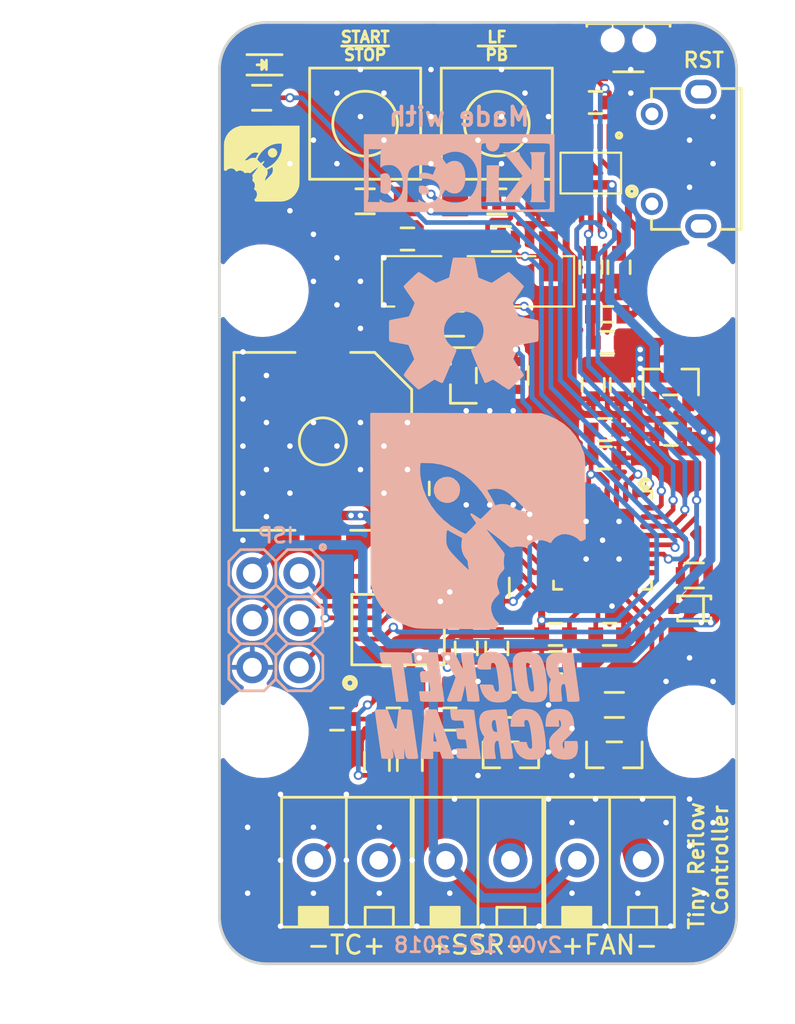
<source format=kicad_pcb>
(kicad_pcb (version 20221018) (generator pcbnew)
  (layers (0 "F.Cu" signal) (31 "B.Cu" signal) (34 "B.Paste" user) (35 "F.Paste" user) (36 "B.SilkS" user "B.Silkscreen") (37 "F.SilkS" user "F.Silkscreen") (38 "B.Mask" user) (39 "F.Mask" user) (44 "Edge.Cuts" user))
  (net 0 "")
  (net 1 "Net-(U3-Pad6)")
  (net 2 "Net-(U3-Pad7)")
  (net 3 "Net-(D1-Pad2)")
  (net 4 "Net-(J2-Pad2)")
  (net 5 "Net-(J3-Pad3)")
  (net 6 "Net-(LS1-Pad2)")
  (net 7 "Net-(C2-Pad1)")
  (net 8 "Net-(C1-Pad1)")
  (net 9 "Net-(Q2-Pad1)")
  (net 10 "Net-(Q1-Pad1)")
  (net 11 "Net-(C7-Pad1)")
  (net 12 "GND")
  (net 13 "/TC-")
  (net 14 "3V3")
  (net 15 "/D12")
  (net 16 "/RST")
  (net 17 "/TC+")
  (net 18 "VUSB")
  (net 19 "/D2")
  (net 20 "/D13")
  (net 21 "/D3")
  (net 22 "/D4")
  (net 23 "/D5")
  (net 24 "/D6")
  (net 25 "/D9")
  (net 26 "/D10")
  (net 27 "/D11")
  (net 28 "/D0")
  (net 29 "/D1")
  (net 30 "5V0")
  (net 31 "Net-(J3-Pad2)")
  (net 32 "Net-(J3-Pad4)")
  (net 33 "Net-(J3-Pad6)")
  (net 34 "Net-(J3-Pad7)")
  (net 35 "Net-(J3-Pad8)")
  (net 36 "Net-(J3-Pad9)")
  (net 37 "Net-(C14-Pad1)")
  (net 38 "Net-(U4-Pad5)")
  (net 39 "Net-(U4-Pad6)")
  (net 40 "Net-(F1-Pad2)")
  (net 41 "Net-(C15-Pad1)")
  (net 42 "Net-(C16-Pad1)")
  (net 43 "/D7")
  (net 44 "/D8")
  (net 45 "Net-(C17-Pad1)")
  (net 46 "/A6")
  (net 47 "AREF")
  (net 48 "/A7")
  (net 49 "/A0")
  (net 50 "/A1")
  (net 51 "/A2")
  (net 52 "/A3")
  (net 53 "/SDA")
  (net 54 "/SCL")
  (net 55 "Net-(J5-Pad2)")
  (net 56 "Net-(Q3-Pad1)")
  (footprint "RocketScreamKiCadLib:TSSOP-14" (layer "F.Cu") (at 159.652 81.966 90)
    (fp_text reference "U3" hide)
    (fp_text value "MAX31856")
  )
  (footprint "RocketScreamKiCadLib:TS-018" (layer "F.Cu") (at 172.098 49.962)
    (fp_text reference "SW3" hide)
    (fp_text value "TS-018")
  )
  (footprint "RocketScreamKiCadLib:TB-1776275-2" (layer "F.Cu") (at 163.97 94.412 180)
    (fp_text reference "J2" hide)
    (fp_text value "TERMINAL-BLOCK-1x2")
  )
  (footprint "RocketScreamKiCadLib:TB-1776275-2" (layer "F.Cu") (at 156.858 94.412 180)
    (fp_text reference "J1" hide)
    (fp_text value "TERMINAL-BLOCK-1x2")
  )
  (footprint "RocketScreamKiCadLib:SOT-23" (layer "F.Cu") (at 165.748 88.824 180)
    (fp_text reference "Q2" hide)
    (fp_text value "2N3904")
  )
  (footprint "RocketScreamKiCadLib:SOT-23" (layer "F.Cu") (at 163.081 68.25 90)
    (fp_text reference "Q1" hide)
    (fp_text value "2N3904")
  )
  (footprint "RocketScreamKiCadLib:R_0603" (layer "F.Cu") (at 158.509 89.078 90)
    (fp_text reference "R2" hide)
    (fp_text value "100R")
  )
  (footprint "RocketScreamKiCadLib:R_0603" (layer "F.Cu") (at 164.986 79.68 -90)
    (fp_text reference "R10" hide)
    (fp_text value "10K")
  )
  (footprint "RocketScreamKiCadLib:R_0603" (layer "F.Cu") (at 175.654 79.045)
    (fp_text reference "R9" hide)
    (fp_text value "10K")
  )
  (footprint "RocketScreamKiCadLib:R_0603" (layer "F.Cu") (at 165.748 86.03)
    (fp_text reference "R8" hide)
    (fp_text value "53K6")
  )
  (footprint "RocketScreamKiCadLib:R_0603" (layer "F.Cu") (at 166.002 68.25 -90)
    (fp_text reference "R7" hide)
    (fp_text value "27K")
  )
  (footprint "RocketScreamKiCadLib:R_0603" (layer "F.Cu") (at 160.287 89.078 90)
    (fp_text reference "R3" hide)
    (fp_text value "100R")
  )
  (footprint "RocketScreamKiCadLib:R_0603" (layer "F.Cu") (at 157.874 58.852)
    (fp_text reference "R4" hide)
    (fp_text value "10K")
  )
  (footprint "RocketScreamKiCadLib:R_0603" (layer "F.Cu") (at 164.986 58.852 180)
    (fp_text reference "R5" hide)
    (fp_text value "10K")
  )
  (footprint "RocketScreamKiCadLib:MICRO-USB" (layer "F.Cu") (at 174.892 56.566 90)
    (fp_text reference "J3" hide)
    (fp_text value "MICRO-USB")
  )
  (footprint "RocketScreamKiCadLib:LOGO-ROCKET-SCREAM_Without_Text_XXXSmall" (layer "F.Cu") (at 152.286 56.82)
    (fp_text reference "LOGO1" hide)
    (fp_text value "LOGO-ROCKET-SCREAM" hide)
  )
  (footprint "RocketScreamKiCadLib:I_0603" (layer "F.Cu") (at 170.955 66.472)
    (fp_text reference "L1" hide)
    (fp_text value "BLM18KG221SN1D")
  )
  (footprint "RocketScreamKiCadLib:IT-1102W" (layer "F.Cu") (at 164.986 54.661 90)
    (fp_text reference "SW2" hide)
    (fp_text value "IT-1109S")
  )
  (footprint "RocketScreamKiCadLib:IT-1102W" (layer "F.Cu") (at 157.874 54.661 90)
    (fp_text reference "SW1" hide)
    (fp_text value "IT-1109S")
  )
  (footprint "RocketScreamKiCadLib:HYG9605B" (layer "F.Cu") (at 155.588 71.806 180)
    (fp_text reference "LS1" hide)
    (fp_text value "HYG9605B")
  )
  (footprint "RocketScreamKiCadLib:C_0603" (layer "F.Cu") (at 162.446 86.792)
    (fp_text reference "C2" hide)
    (fp_text value "10nF")
  )
  (footprint "RocketScreamKiCadLib:C_0603" (layer "F.Cu") (at 163.335 82.982 -90)
    (fp_text reference "C9" hide)
    (fp_text value "100nF")
  )
  (footprint "RocketScreamKiCadLib:C_0603" (layer "F.Cu") (at 163.335 79.68 -90)
    (fp_text reference "C8" hide)
    (fp_text value "100nF")
  )
  (footprint "RocketScreamKiCadLib:C_0603" (layer "F.Cu") (at 170.32 53.518)
    (fp_text reference "C7" hide)
    (fp_text value "100nF")
  )
  (footprint "RocketScreamKiCadLib:C_0603" (layer "F.Cu") (at 170.828 71.171)
    (fp_text reference "C6" hide)
    (fp_text value "100nF")
  )
  (footprint "RocketScreamKiCadLib:C_0603" (layer "F.Cu") (at 174.384 71.425 180)
    (fp_text reference "C5" hide)
    (fp_text value "10uF 16V X5R")
  )
  (footprint "RocketScreamKiCadLib:C_0603" (layer "F.Cu") (at 170.193 68.758 -90)
    (fp_text reference "C4" hide)
    (fp_text value "100nF")
  )
  (footprint "RocketScreamKiCadLib:C_0603" (layer "F.Cu") (at 159.398 86.792)
    (fp_text reference "C3" hide)
    (fp_text value "100nF")
  )
  (footprint "RocketScreamKiCadLib:C_0603" (layer "F.Cu") (at 156.35 86.792 180)
    (fp_text reference "C1" hide)
    (fp_text value "10nF")
  )
  (footprint "RocketScreamKiCadLib:SOD-323" (layer "F.Cu") (at 175.654 80.823 180)
    (fp_text reference "D3" hide)
    (fp_text value "1N4148WS")
  )
  (footprint "RocketScreamKiCadLib:R_0603" (layer "F.Cu") (at 165.24 60.884)
    (fp_text reference "R11" hide)
    (fp_text value "2K2")
  )
  (footprint "RocketScreamKiCadLib:R_0603" (layer "F.Cu") (at 162.7 65.456)
    (fp_text reference "R1" hide)
    (fp_text value "2K2")
  )
  (footprint "RocketScreamKiCadLib:QFN-32_5x5mm_Pitch0.5mm" (layer "F.Cu") (at 170.701 77.14 -90)
    (fp_text reference "U1" hide)
    (fp_text value "ATMEGA328P-MU")
  )
  (footprint "RocketScreamKiCadLib:MSOP-10" (layer "F.Cu") (at 170.066 57.328 180)
    (fp_text reference "U4" hide)
    (fp_text value "CH340E")
  )
  (footprint "RocketScreamKiCadLib:C_0603" (layer "F.Cu") (at 171.717 68.758 -90)
    (fp_text reference "C12" hide)
    (fp_text value "10uF 16V X5R")
  )
  (footprint "RocketScreamKiCadLib:C_0603" (layer "F.Cu") (at 170.066 62.408 -90)
    (fp_text reference "C13" hide)
    (fp_text value "100nF")
  )
  (footprint "RocketScreamKiCadLib:C_0603" (layer "F.Cu") (at 171.59 62.408 -90)
    (fp_text reference "C14" hide)
    (fp_text value "100nF")
  )
  (footprint "RocketScreamKiCadLib:NX3225GD" (layer "F.Cu") (at 164.732 72.822 -90)
    (fp_text reference "Y1" hide)
    (fp_text value "NX3225GD")
  )
  (footprint "RocketScreamKiCadLib:MF-FSMF" (layer "F.Cu") (at 170.955 64.948 180)
    (fp_text reference "F1" hide)
    (fp_text value "FUSE")
  )
  (footprint "RocketScreamKiCadLib:I_0603" (layer "F.Cu") (at 168.161 82.22 180)
    (fp_text reference "L2" hide)
    (fp_text value "LBMF1608T100K")
  )
  (footprint "RocketScreamKiCadLib:C_0603" (layer "F.Cu") (at 171.082 82.22)
    (fp_text reference "C18" hide)
    (fp_text value "100nF")
  )
  (footprint "RocketScreamKiCadLib:C_0603" (layer "F.Cu") (at 168.161 83.744 180)
    (fp_text reference "C17" hide)
    (fp_text value "100nF")
  )
  (footprint "RocketScreamKiCadLib:C_0603" (layer "F.Cu") (at 161.938 74.346 -90)
    (fp_text reference "C16" hide)
    (fp_text value "10pF")
  )
  (footprint "RocketScreamKiCadLib:C_0603" (layer "F.Cu") (at 161.938 71.425 90)
    (fp_text reference "C15" hide)
    (fp_text value "10pF")
  )
  (footprint "RocketScreamKiCadLib:C_0603" (layer "F.Cu") (at 170.828 72.695)
    (fp_text reference "C11" hide)
    (fp_text value "100nF")
  )
  (footprint "RocketScreamKiCadLib:C_0603" (layer "F.Cu") (at 164.986 82.982 90)
    (fp_text reference "C10" hide)
    (fp_text value "10uF 16V X5R")
  )
  (footprint "RocketScreamKiCadLib:TB-1776275-2" (layer "F.Cu") (at 171.082 94.412 180)
    (fp_text reference "J5" hide)
    (fp_text value "TERMINAL-BLOCK-1x2")
  )
  (footprint "RocketScreamKiCadLib:SOT-23" (layer "F.Cu") (at 171.336 88.824 180)
    (fp_text reference "Q3" hide)
    (fp_text value "2N3904")
  )
  (footprint "RocketScreamKiCadLib:R_0603" (layer "F.Cu") (at 171.336 86.03)
    (fp_text reference "R12" hide)
    (fp_text value "53K6")
  )
  (footprint "RocketScreamKiCadLib:LED_0603" (layer "F.Cu") (at 152.286 51.486 180)
    (fp_text reference "D1" hide)
    (fp_text value "Red")
  )
  (footprint "RocketScreamKiCadLib:R_0603" (layer "F.Cu") (at 152.286 53.264)
    (fp_text reference "R6" hide)
    (fp_text value "2K2")
  )
  (footprint "RocketScreamKiCadLib:OLED-SSD1306-128X64-I2C" (layer "F.Cu") (at 163.97 63.17)
    (fp_text reference "U5" hide)
    (fp_text value "OLED-SSD1306-128X64-I2C")
  )
  (footprint "RocketScreamKiCadLib:C_0603" (layer "F.Cu") (at 160.16 60.884 180)
    (fp_text reference "C19" hide)
    (fp_text value "100nF")
  )
  (footprint "RocketScreamKiCadLib:SOT-23" (layer "F.Cu") (at 174.384 68.504)
    (fp_text reference "U2" hide)
    (fp_text value "MCP1700T-3302E-TT")
  )
  (footprint "RocketScreamKiCadLib:LOGO-OSHW_Small" (layer "B.Cu") (at 163.208 65.456 180)
    (fp_text reference "LOGO4" hide)
    (fp_text value "LOGO-OSHW" hide)
  )
  (footprint "RocketScreamKiCadLib:HDR_2x3_Pitch2.54mm" (layer "B.Cu") (at 153.048 81.458 -90)
    (fp_text reference "J4" hide)
    (fp_text value "2.54mm 2x3")
  )
  (footprint "RocketScreamKiCadLib:LOGO-KICAD_XSmall" (layer "B.Cu") (at 162.954 57.328 180)
    (fp_text reference "LOGO2" hide)
    (fp_text value "LOGO-KICAD" hide)
  )
  (footprint "RocketScreamKiCadLib:LOGO-ROCKET-SCREAM_Vertical_Small" (layer "B.Cu") (at 163.97 79.934 180)
    (fp_text reference "LOGO3" hide)
    (fp_text value "LOGO-ROCKET-SCREAM" hide)
  )
  (gr_circle (center 155.588 77.521) (end 155.461 77.521) (stroke (width 0.2)) (fill none) (layer "B.SilkS"))
  (gr_line (start 163.97 50.47) (end 166.002 50.47) (stroke (width 0.15)) (layer "F.SilkS"))
  (gr_line (start 156.604 50.47) (end 159.144 50.47) (stroke (width 0.15)) (layer "F.SilkS"))
  (gr_line (start 177.94 51.74) (end 177.94 97.46) (stroke (width 0.15)) (layer "Edge.Cuts"))
  (gr_arc (start 177.94 97.46) (mid 177.196051 99.256051) (end 175.4 100) (stroke (width 0.15)) (layer "Edge.Cuts"))
  (gr_arc (start 150 51.74) (mid 150.743949 49.943949) (end 152.54 49.2) (stroke (width 0.15)) (layer "Edge.Cuts"))
  (gr_line (start 152.54 49.2) (end 175.4 49.2) (stroke (width 0.15)) (layer "Edge.Cuts"))
  (gr_arc (start 175.4 49.2) (mid 177.196051 49.943949) (end 177.94 51.74) (stroke (width 0.15)) (layer "Edge.Cuts"))
  (gr_line (start 150 51.74) (end 150 97.46) (stroke (width 0.15)) (layer "Edge.Cuts"))
  (gr_line (start 152.54 100) (end 175.4 100) (stroke (width 0.15)) (layer "Edge.Cuts"))
  (gr_arc (start 152.54 100) (mid 150.743949 99.256051) (end 150 97.46) (stroke (width 0.15)) (layer "Edge.Cuts"))
  (gr_text "ISP" (at 153.048 76.886) (layer "B.SilkS") (effects (font (size 0.8 0.8)) (justify mirror)))
  (gr_text "2v00 12-2018" (at 163.97 98.984) (layer "B.SilkS") (effects (font (size 0.8 0.8)) (justify mirror)))
  (gr_text "Made with" (at 162.954 54.28) (layer "B.SilkS") (effects (font (size 1 1) (thickness 0.2)) (justify mirror)))
  (gr_text "-TC+" (at 156.858 98.984) (layer "F.SilkS") (effects (font (size 1 1))))
  (gr_text "START\nSTOP" (at 157.874 50.47) (layer "F.SilkS") (effects (font (size 0.6 0.6))))
  (gr_text "LF\nPB" (at 164.986 50.47) (layer "F.SilkS") (effects (font (size 0.6 0.6))))
  (gr_text "+SSR-" (at 163.97 98.984) (layer "F.SilkS") (effects (font (size 1 1))))
  (gr_text "Tiny Reflow \nController" (at 176.416 94.412 90) (layer "F.SilkS") (effects (font (size 0.8 0.8))))
  (gr_text "RST" (at 176.162 51.232) (layer "F.SilkS") (effects (font (size 0.8 0.8))))
  (gr_text "+FAN-" (at 171.082 98.984) (layer "F.SilkS") (effects (font (size 1 1))))
  (segment (start 151.5367 53.2633) (end 151.536 53.264) (width 0.254) (layer "F.Cu") (net 3))
  (segment (start 151.5367 51.486) (end 151.5367 53.2633) (width 0.254) (layer "F.Cu") (net 3))
  (segment (start 173.442 56.566) (end 171.336 56.566) (width 0.254) (layer "F.Cu") (net 5))
  (segment (start 171.336 56.566) (end 171.097001 56.327001) (width 0.254) (layer "F.Cu") (net 5))
  (segment (start 171.066 55.353) (end 171.066 56.296) (width 0.254) (layer "F.Cu") (net 5))
  (segment (start 171.066 56.296) (end 171.336 56.566) (width 0.254) (layer "F.Cu") (net 5))
  (segment (start 160.148 88.189) (end 160.287 88.328) (width 0.254) (layer "F.Cu") (net 7))
  (segment (start 159.652 84.841) (end 159.652 85.776) (width 0.254) (layer "F.Cu") (net 7))
  (segment (start 160.148 86.792) (end 161.696 86.792) (width 0.254) (layer "F.Cu") (net 7))
  (segment (start 160.148 86.272) (end 160.148 86.792) (width 0.254) (layer "F.Cu") (net 7))
  (segment (start 160.148 86.792) (end 160.148 88.189) (width 0.254) (layer "F.Cu") (net 7))
  (segment (start 159.652 85.776) (end 160.148 86.272) (width 0.254) (layer "F.Cu") (net 7))
  (segment (start 158.648 86.792) (end 158.648 88.189) (width 0.254) (layer "F.Cu") (net 8))
  (segment (start 159.002 84.841) (end 159.002 85.918) (width 0.254) (layer "F.Cu") (net 8))
  (segment (start 158.648 88.189) (end 158.509 88.328) (width 0.254) (layer "F.Cu") (net 8))
  (segment (start 157.1 86.792) (end 158.648 86.792) (width 0.254) (layer "F.Cu") (net 8))
  (segment (start 158.648 86.272) (end 158.648 86.792) (width 0.254) (layer "F.Cu") (net 8))
  (segment (start 159.002 85.918) (end 158.648 86.272) (width 0.254) (layer "F.Cu") (net 8))
  (segment (start 166.498 86.653) (end 166.698 86.853) (width 0.254) (layer "F.Cu") (net 9))
  (segment (start 166.698 86.853) (end 166.698 87.674) (width 0.254) (layer "F.Cu") (net 9))
  (segment (start 166.498 86.03) (end 166.498 86.653) (width 0.254) (layer "F.Cu") (net 9))
  (segment (start 165.052 69.2) (end 165.252 69) (width 0.254) (layer "F.Cu") (net 10))
  (segment (start 165.252 69) (end 166.002 69) (width 0.254) (layer "F.Cu") (net 10))
  (segment (start 164.231 69.2) (end 165.052 69.2) (width 0.254) (layer "F.Cu") (net 10))
  (segment (start 169.566 53.522) (end 169.57 53.518) (width 0.254) (layer "F.Cu") (net 11))
  (segment (start 169.566 55.353) (end 169.566 53.522) (width 0.254) (layer "F.Cu") (net 11))
  (segment (start 162.446 96.19) (end 164.224 97.968) (width 0.508) (layer "F.Cu") (net 12))
  (segment (start 152.54 68.25) (end 151.27 69.52) (width 0.254) (layer "F.Cu") (net 12))
  (segment (start 170.951 79.59) (end 170.951 80.438) (width 0.254) (layer "F.Cu") (net 12))
  (segment (start 170.066 54.28) (end 170.066 55.353) (width 0.254) (layer "F.Cu") (net 12))
  (segment (start 170.951 79.59) (end 170.951 77.39) (width 0.254) (layer "F.Cu") (net 12))
  (segment (start 157.62 73.33) (end 158.89 74.6) (width 0.254) (layer "F.Cu") (net 12))
  (segment (start 156.858 96.19) (end 156.858 94.412) (width 0.254) (layer "F.Cu") (net 12))
  (segment (start 170.066 55.353) (end 170.066 56.439) (width 0.254) (layer "F.Cu") (net 12))
  (segment (start 161.938 75.096) (end 163.196 75.096) (width 0.254) (layer "F.Cu") (net 12))
  (segment (start 153.302 94.412) (end 151.524 92.634) (width 0.508) (layer "F.Cu") (net 12))
  (segment (start 158.89 55.55) (end 158.89 53.01) (width 0.254) (layer "F.Cu") (net 12))
  (segment (start 172.225 54.153) (end 172.098 54.28) (width 0.254) (layer "F.Cu") (net 12))
  (segment (start 156.35 61.9) (end 155.08 63.17) (width 0.254) (layer "F.Cu") (net 12))
  (segment (start 166.51 53.01) (end 167.78 54.28) (width 0.254) (layer "F.Cu") (net 12))
  (segment (start 158.89 61.9) (end 158.89 64.44) (width 0.254) (layer "F.Cu") (net 12))
  (segment (start 173.442 55.266) (end 175.116 55.266) (width 0.254) (layer "F.Cu") (net 12))
  (segment (start 156.858 94.412) (end 156.858 94.158) (width 0.254) (layer "F.Cu") (net 12))
  (segment (start 172.253 51.712) (end 172.225 51.74) (width 0.254) (layer "F.Cu") (net 12))
  (segment (start 173.773 51.712) (end 172.253 51.712) (width 0.254) (layer "F.Cu") (net 12))
  (segment (start 169.05 89.84) (end 167.78 91.11) (width 0.254) (layer "F.Cu") (net 12))
  (segment (start 162.446 80.43) (end 163.335 80.43) (width 0.254) (layer "F.Cu") (net 12))
  (segment (start 163.196 75.096) (end 163.335 75.235) (width 0.254) (layer "F.Cu") (net 12))
  (segment (start 158.89 72.06) (end 160.16 73.33) (width 0.254) (layer "F.Cu") (net 12))
  (segment (start 152.54 70.79) (end 151.27 72.06) (width 0.254) (layer "F.Cu") (net 12))
  (segment (start 151.524 96.19) (end 153.302 97.968) (width 0.508) (layer "F.Cu") (net 12))
  (segment (start 172.098 54.28) (end 170.066 54.28) (width 0.254) (layer "F.Cu") (net 12))
  (segment (start 158.636 96.19) (end 156.858 96.19) (width 0.254) (layer "F.Cu") (net 12))
  (segment (start 164.986 83.732) (end 166.268 83.732) (width 0.254) (layer "F.Cu") (net 12))
  (segment (start 171.451 74.689999) (end 171.451 76.39) (width 0.254) (layer "F.Cu") (net 12))
  (segment (start 156.35 56.82) (end 153.81 56.82) (width 0.254) (layer "F.Cu") (net 12))
  (segment (start 161.938 70.675) (end 152.425 70.675) (width 0.254) (layer "F.Cu") (net 12))
  (segment (start 156.35 64.44) (end 157.62 63.17) (width 0.254) (layer "F.Cu") (net 12))
  (segment (start 155.08 96.19) (end 153.302 94.412) (width 0.254) (layer "F.Cu") (net 12))
  (segment (start 157.62 51.74) (end 156.35 53.01) (width 0.254) (layer "F.Cu") (net 12))
  (segment (start 175.4 91.11) (end 176.67 92.38) (width 0.254) (layer "F.Cu") (net 12))
  (segment (start 163.335 83.732) (end 163.335 84.76) (width 0.254) (layer "F.Cu") (net 12))
  (segment (start 155.624 56.276) (end 157.62 54.28) (width 0.254) (layer "F.Cu") (net 12))
  (segment (start 158.89 55.55) (end 155.08 55.55) (width 0.254) (layer "F.Cu") (net 12))
  (segment (start 161.938 70.675) (end 162.815 70.675) (width 0.254) (layer "F.Cu") (net 12))
  (segment (start 163.196 88.074) (end 162.7 88.57) (width 0.254) (layer "F.Cu") (net 12))
  (segment (start 156.858 94.158) (end 158.382 92.634) (width 0.254) (layer "F.Cu") (net 12))
  (segment (start 170.951 80.438) (end 171.209 80.696) (width 0.254) (layer "F.Cu") (net 12))
  (segment (start 161.43 54.28) (end 161.43 56.82) (width 0.254) (layer "F.Cu") (net 12))
  (segment (start 172.86 91.11) (end 174.13 92.38) (width 0.254) (layer "F.Cu") (net 12))
  (segment (start 165.24 54.28) (end 166.51 53.01) (width 0.254) (layer "F.Cu") (net 12))
  (segment (start 163.97 89.84) (end 162.7 91.11) (width 0.254) (layer "F.Cu") (net 12))
  (segment (start 163.335 84.76) (end 163.97 84.76) (width 0.254) (layer "F.Cu") (net 12))
  (segment (start 166.51 55.55) (end 165.24 56.82) (width 0.254) (layer "F.Cu") (net 12))
  (segment (start 155.08 92.634) (end 153.302 94.412) (width 0.254) (layer "F.Cu") (net 12))
  (segment (start 171.451 76.39) (end 170.701 77.14) (width 0.254) (layer "F.Cu") (net 12))
  (segment (start 160.414 93.904) (end 160.414 94.412) (width 0.254) (layer "F.Cu") (net 12))
  (segment (start 162.7 91.11) (end 162.7 91.745) (width 0.254) (layer "F.Cu") (net 12))
  (segment (start 152.425 70.675) (end 151.27 69.52) (width 0.254) (layer "F.Cu") (net 12))
  (segment (start 170.828 97.968) (end 172.606 96.19) (width 0.254) (layer "F.Cu") (net 12))
  (segment (start 162.7 91.618) (end 160.414 93.904) (width 0.254) (layer "F.Cu") (net 12))
  (segment (start 153.81 59.36) (end 155.08 60.63) (width 0.254) (layer "F.Cu") (net 12))
  (segment (start 152.54 70.79) (end 153.81 72.06) (width 0.254) (layer "F.Cu") (net 12))
  (segment (start 164.605 70.155) (end 165.875 70.155) (width 0.254) (layer "F.Cu") (net 12))
  (segment (start 171.451 73.596) (end 171.578 73.469) (width 0.254) (layer "F.Cu") (net 12))
  (segment (start 156.858 97.968) (end 160.668 97.968) (width 0.508) (layer "F.Cu") (net 12))
  (segment (start 172.225 53.01) (end 172.225 54.153) (width 0.254) (layer "F.Cu") (net 12))
  (segment (start 152.54 73.33) (end 151.27 74.6) (width 0.254) (layer "F.Cu") (net 12))
  (segment (start 164.605 75.235) (end 165.875 75.235) (width 0.254) (layer "F.Cu") (net 12))
  (segment (start 157.62 70.79) (end 157.62 73.33) (width 0.254) (layer "F.Cu") (net 12))
  (segment (start 174.384 97.968) (end 176.162 96.19) (width 0.254) (layer "F.Cu") (net 12))
  (segment (start 169.05 92.38) (end 170.32 91.11) (width 0.254) (layer "F.Cu") (net 12))
  (segment (start 155.08 70.79) (end 156.35 72.06) (width 0.254) (layer "F.Cu") (net 12))
  (segment (start 152.54 75.87) (end 151.27 77.14) (width 0.254) (layer "F.Cu") (net 12))
  (segment (start 162.446 79.934) (end 162.446 80.43) (width 0.254) (layer "F.Cu") (net 12))
  (segment (start 171.578 73.469) (end 171.578 72.568) (width 0.254) (layer "F.Cu") (net 12))
  (segment (start 167.272 97.968) (end 169.05 96.19) (width 0.254) (layer "F.Cu") (net 12))
  (segment (start 155.624 58.861) (end 155.624 56.276) (width 0.254) (layer "F.Cu") (net 12))
  (segment (start 151.27 69.52) (end 151.27 66.98) (width 0.254) (layer "F.Cu") (net 12))
  (segment (start 169.424 87.674) (end 169.05 87.3) (width 0.254) (layer "F.Cu") (net 12))
  (segment (start 175.4 58.09) (end 176.67 56.82) (width 0.254) (layer "F.Cu") (net 12))
  (segment (start 155.08 92.634) (end 156.858 90.856) (width 0.254) (layer "F.Cu") (net 12))
  (segment (start 167.78 86.03) (end 167.78 88.57) (width 0.254) (layer "F.Cu") (net 12))
  (segment (start 170.451 74.69) (end 170.451 76.89) (width 0.254) (layer "F.Cu") (net 12))
  (segment (start 162.7 91.11) (end 162.7 91.618) (width 0.254) (layer "F.Cu") (net 12))
  (segment (start 175.116 55.266) (end 175.4 55.55) (width 0.254) (layer "F.Cu") (net 12))
  (segment (start 170.386 87.674) (end 169.424 87.674) (width 0.254) (layer "F.Cu") (net 12))
  (segment (start 171.209 80.696) (end 171.959 81.446) (width 0.254) (layer "F.Cu") (net 12))
  (segment (start 158.382 92.634) (end 158.636 92.634) (width 0.254) (layer "F.Cu") (net 12))
  (segment (start 163.196 86.792) (end 163.196 88.074) (width 0.254) (layer "F.Cu") (net 12))
  (segment (start 174.13 84.76) (end 175.4 83.49) (width 0.254) (layer "F.Cu") (net 12))
  (segment (start 162.815 70.675) (end 163.335 70.155) (width 0.254) (layer "F.Cu") (net 12))
  (segment (start 171.451 74.689999) (end 171.451 73.596) (width 0.254) (layer "F.Cu") (net 12))
  (via (at 169.812 78.156) (size 0.5) (drill 0.3) (layers "F.Cu" "B.Cu") (net 12))
  (via (at 169.812 76.124) (size 0.5) (drill 0.3) (layers "F.Cu" "B.Cu") (net 12))
  (via (at 171.59 76.124) (size 0.5) (drill 0.3) (layers "F.Cu" "B.Cu") (net 12))
  (via (at 171.59 78.156) (size 0.5) (drill 0.3) (layers "F.Cu" "B.Cu") (net 12))
  (via (at 172.606 96.19) (size 0.5) (drill 0.3) (layers "F.Cu" "B.Cu") (net 12))
  (via (at 156.35 56.82) (size 0.5) (drill 0.3) (layers "F.Cu" "B.Cu") (net 12))
  (via (at 152.54 75.87) (size 0.5) (drill 0.3) (layers "F.Cu" "B.Cu") (net 12))
  (via (at 171.209 80.696) (size 0.5) (drill 0.3) (layers "F.Cu" "B.Cu") (net 12))
  (via (at 160.16 73.33) (size 0.5) (drill 0.3) (layers "F.Cu" "B.Cu") (net 12))
  (via (at 175.4 83.49) (size 0.5) (drill 0.3) (layers "F.Cu" "B.Cu") (net 12))
  (via (at 163.97 55.55) (size 0.5) (drill 0.3) (layers "F.Cu" "B.Cu") (net 12))
  (via (at 157.62 65.71) (size 0.5) (drill 0.3) (layers "F.Cu" "B.Cu") (net 12))
  (via (at 161.938 80.442) (size 0.5) (drill 0.3) (layers "F.Cu" "B.Cu") (net 12))
  (via (at 157.62 73.33) (size 0.5) (drill 0.3) (layers "F.Cu" "B.Cu") (net 12))
  (via (at 157.62 51.74) (size 0.5) (drill 0.3) (layers "F.Cu" "B.Cu") (net 12))
  (via (at 156.858 97.968) (size 0.5) (drill 0.3) (layers "F.Cu" "B.Cu") (net 12))
  (via (at 155.08 92.634) (size 0.5) (drill 0.3) (layers "F.Cu" "B.Cu") (net 12))
  (via (at 170.701 77.14) (size 0.5) (drill 0.3) (layers "F.Cu" "B.Cu") (net 12))
  (via (at 161.43 51.74) (size 0.5) (drill 0.3) (layers "F.Cu" "B.Cu") (net 12))
  (via (at 162.446 96.19) (size 0.5) (drill 0.3) (layers "F.Cu" "B.Cu") (net 12))
  (via (at 165.24 54.28) (size 0.5) (drill 0.3) (layers "F.Cu" "B.Cu") (net 12))
  (via (at 156.35 64.44) (size 0.5) (drill 0.3) (layers "F.Cu" "B.Cu") (net 12))
  (via (at 157.62 70.79) (size 0.5) (drill 0.3) (layers "F.Cu" "B.Cu") (net 12))
  (via (at 162.7 91.11) (size 0.5) (drill 0.3) (layers "F.Cu" "B.Cu") (net 12))
  (via (at 158.89 55.55) (size 0.5) (drill 0.3) (layers "F.Cu" "B.Cu") (net 12))
  (via (at 153.302 90.856) (size 0.5) (drill 0.3) (layers "F.Cu" "B.Cu") (net 12))
  (via (at 158.89 53.01) (size 0.5) (drill 0.3) (layers "F.Cu" "B.Cu") (net 12))
  (via (at 166.51 53.01) (size 0.5) (drill 0.3) (layers "F.Cu" "B.Cu") (net 12))
  (via (at 166.51 55.55) (size 0.5) (drill 0.3) (layers "F.Cu" "B.Cu") (net 12))
  (via (at 163.335 75.235) (size 0.5) (drill 0.3) (layers "F.Cu" "B.Cu") (net 12))
  (via (at 158.636 92.634) (size 0.5) (drill 0.3) (layers "F.Cu" "B.Cu") (net 12))
  (via (at 160.668 97.968) (size 0.5) (drill 0.3) (layers "F.Cu" "B.Cu") (net 12))
  (via (at 153.81 59.36) (size 0.5) (drill 0.3) (layers "F.Cu" "B.Cu") (net 12))
  (via (at 155.08 55.55) (size 0.5) (drill 0.3) (layers "F.Cu" "B.Cu") (net 12))
  (via (at 167.78 54.28) (size 0.5) (drill 0.3) (layers "F.Cu" "B.Cu") (net 12))
  (via (at 175.4 91.11) (size 0.5) (drill 0.3) (layers "F.Cu" "B.Cu") (net 12))
  (via (at 169.05 96.19) (size 0.5) (drill 0.3) (layers "F.Cu" "B.Cu") (net 12))
  (via (at 163.97 89.84) (size 0.5) (drill 0.3) (layers "F.Cu" "B.Cu") (net 12))
  (via (at 151.27 74.6) (size 0.5) (drill 0.3) (layers "F.Cu" "B.Cu") (net 12))
  (via (at 153.302 94.412) (size 0.5) (drill 0.3) (layers "F.Cu" "B.Cu") (net 12))
  (via (at 176.162 96.19) (size 0.5) (drill 0.3) (layers "F.Cu" "B.Cu") (net 12))
  (via (at 158.636 96.19) (size 0.5) (drill 0.3) (layers "F.Cu" "B.Cu") (net 12))
  (via (at 156.858 94.412) (size 0.5) (drill 0.3) (layers "F.Cu" "B.Cu") (net 12))
  (via (at 156.858 90.856) (size 0.5) (drill 0.3) (layers "F.Cu" "B.Cu") (net 12))
  (via (at 160.16 70.79) (size 0.5) (drill 0.3) (layers "F.Cu" "B.Cu") (net 12))
  (via (at 172.225 51.74) (size 0.5) (drill 0.3) (layers "F.Cu" "B.Cu") (net 12))
  (via (at 152.54 73.33) (size 0.5) (drill 0.3) (layers "F.Cu" "B.Cu") (net 12))
  (via (at 162.7 88.57) (size 0.5) (drill 0.3) (layers "F.Cu" "B.Cu") (net 12))
  (via (at 160.414 94.412) (size 0.5) (drill 0.3) (layers "F.Cu" "B.Cu") (net 12))
  (via (at 156.35 61.9) (size 0.5) (drill 0.3) (layers "F.Cu" "B.Cu") (net 12))
  (via (at 176.67 54.28) (size 0.5) (drill 0.3) (layers "F.Cu" "B.Cu") (net 12))
  (via (at 158.89 74.6) (size 0.5) (drill 0.3) (layers "F.Cu" "B.Cu") (net 12))
  (via (at 175.4 58.09) (size 0.5) (drill 0.3) (layers "F.Cu" "B.Cu") (net 12))
  (via (at 156.35 53.01) (size 0.5) (drill 0.3) (layers "F.Cu" "B.Cu") (net 12))
  (via (at 176.67 92.38) (size 0.5) (drill 0.3) (layers "F.Cu" "B.Cu") (net 12))
  (via (at 161.43 54.28) (size 0.5) (drill 0.3) (layers "F.Cu" "B.Cu") (net 12))
  (via (at 165.875 70.155) (size 0.5) (drill 0.3) (layers "F.Cu" "B.Cu") (net 12))
  (via (at 152.54 68.25) (size 0.5) (drill 0.3) (layers "F.Cu" "B.Cu") (net 12))
  (via (at 155.08 63.17) (size 0.5) (drill 0.3) (layers "F.Cu" "B.Cu") (net 12))
  (via (at 167.78 88.57) (size 0.5) (drill 0.3) (layers "F.Cu" "B.Cu") (net 12))
  (via (at 157.62 54.28) (size 0.5) (drill 0.3) (layers "F.Cu" "B.Cu") (net 12))
  (via (at 153.302 97.968) (size 0.5) (drill 0.3) (layers "F.Cu" "B.Cu") (net 12))
  (via (at 163.97 84.76) (size 0.5) (drill 0.3) (layers "F.Cu" "B.Cu") (net 12))
  (via (at 176.67 56.82) (size 0.5) (drill 0.3) (layers "F.Cu" "B.Cu") (net 12))
  (via (at 155.08 96.19) (size 0.5) (drill 0.3) (layers "F.Cu" "B.Cu") (net 12))
  (via (at 167.272 97.968) (size 0.5) (drill 0.3) (layers "F.Cu" "B.Cu") (net 12))
  (via (at 158.89 72.06) (size 0.5) (drill 0.3) (layers "F.Cu" "B.Cu") (net 12))
  (via (at 151.27 66.98) (size 0.5) (drill 0.3) (layers "F.Cu" "B.Cu") (net 12))
  (via (at 164.605 70.155) (size 0.5) (drill 0.3) (layers "F.Cu" "B.Cu") (net 12))
  (via (at 172.225 53.01) (size 0.5) (drill 0.3) (layers "F.Cu" "B.Cu") (net 12))
  (via (at 158.89 61.9) (size 0.5) (drill 0.3) (layers "F.Cu" "B.Cu") (net 12))
  (via (at 155.08 70.79) (size 0.5) (drill 0.3) (layers "F.Cu" "B.Cu") (net 12))
  (via (at 155.08 60.63) (size 0.5) (drill 0.3) (layers "F.Cu" "B.Cu") (net 12))
  (via (at 164.224 97.968) (size 0.5) (drill 0.3) (layers "F.Cu" "B.Cu") (net 12))
  (via (at 157.62 63.17) (size 0.5) (drill 0.3) (layers "F.Cu" "B.Cu") (net 12))
  (via (at 175.4 55.55) (size 0.5) (drill 0.3) (layers "F.Cu" "B.Cu") (net 12))
  (via (at 151.27 69.52) (size 0.5) (drill 0.3) (layers "F.Cu" "B.Cu") (net 12))
  (via (at 153.81 74.6) (size 0.5) (drill 0.3) (layers "F.Cu" "B.Cu") (net 12))
  (via (at 167.78 91.11) (size 0.5) (drill 0.3) (layers "F.Cu" "B.Cu") (net 12))
  (via (at 161.43 56.82) (size 0.5) (drill 0.3) (layers "F.Cu" "B.Cu") (net 12))
  (via (at 174.384 97.968) (size 0.5) (drill 0.3) (layers "F.Cu" "B.Cu") (net 12))
  (via (at 169.05 92.38) (size 0.5) (drill 0.3) (layers "F.Cu" "B.Cu") (net 12))
  (via (at 151.27 77.14) (size 0.5) (drill 0.3) (layers "F.Cu" "B.Cu") (net 12))
  (via (at 156.35 72.06) (size 0.5) (drill 0.3) (layers "F.Cu" "B.Cu") (net 12))
  (via (at 165.24 56.82) (size 0.5) (drill 0.3) (layers "F.Cu" "B.Cu") (net 12))
  (via (at 174.13 92.38) (size 0.5) (drill 0.3) (layers "F.Cu" "B.Cu") (net 12))
  (via (at 153.81 72.06) (size 0.5) (drill 0.3) (layers "F.Cu" "B.Cu") (net 12))
  (via (at 174.13 84.76) (size 0.5) (drill 0.3) (layers "F.Cu" "B.Cu") (net 12))
  (via (at 162.446 79.934) (size 0.5) (drill 0.3) (layers "F.Cu" "B.Cu") (net 12))
  (via (at 169.05 87.3) (size 0.5) (drill 0.3) (layers "F.Cu" "B.Cu") (net 12))
  (via (at 165.24 51.74) (size 0.5) (drill 0.3) (layers "F.Cu" "B.Cu") (net 12))
  (via (at 167.78 86.03) (size 0.5) (drill 0.3) (layers "F.Cu" "B.Cu") (net 12))
  (via (at 170.32 91.11) (size 0.5) (drill 0.3) (layers "F.Cu" "B.Cu") (net 12))
  (via (at 176.67 84.76) (size 0.5) (drill 0.3) (layers "F.Cu" "B.Cu") (net 12))
  (via (at 151.27 72.06) (size 0.5) (drill 0.3) (layers "F.Cu" "B.Cu") (net 12))
  (via (at 151.524 92.634) (size 0.5) (drill 0.3) (layers "F.Cu" "B.Cu") (net 12))
  (via (at 164.605 75.235) (size 0.5) (drill 0.3) (layers "F.Cu" "B.Cu") (net 12))
  (via (at 151.524 96.19) (size 0.5) (drill 0.3) (layers "F.Cu" "B.Cu") (net 12))
  (via (at 172.86 91.11) (size 0.5) (drill 0.3) (layers "F.Cu" "B.Cu") (net 12))
  (via (at 169.05 89.84) (size 0.5) (drill 0.3) (layers "F.Cu" "B.Cu") (net 12))
  (via (at 163.335 70.155) (size 0.5) (drill 0.3) (layers "F.Cu" "B.Cu") (net 12))
  (via (at 170.828 97.968) (size 0.5) (drill 0.3) (layers "F.Cu" "B.Cu") (net 12))
  (via (at 175.4 93.65) (size 0.5) (drill 0.3) (layers "F.Cu" "B.Cu") (net 12))
  (via (at 153.81 56.82) (size 0.5) (drill 0.3) (layers "F.Cu" "B.Cu") (net 12))
  (via (at 165.875 75.235) (size 0.5) (drill 0.3) (layers "F.Cu" "B.Cu") (net 12))
  (via (at 158.89 64.44) (size 0.5) (drill 0.3) (layers "F.Cu" "B.Cu") (net 12))
  (via (at 152.54 70.79) (size 0.5) (drill 0.3) (layers "F.Cu" "B.Cu") (net 12))
  (segment (start 153.302 97.968) (end 156.858 97.968) (width 0.508) (layer "B.Cu") (net 12))
  (segment (start 151.27 69.52) (end 152.54 70.79) (width 0.254) (layer "B.Cu") (net 12))
  (segment (start 156.858 94.412) (end 156.858 96.19) (width 0.254) (layer "B.Cu") (net 12))
  (segment (start 169.05 87.3) (end 167.78 86.03) (width 0.254) (layer "B.Cu") (net 12))
  (segment (start 156.35 72.06) (end 157.62 70.79) (width 0.254) (layer "B.Cu") (net 12))
  (segment (start 174.13 92.38) (end 175.4 91.11) (width 0.254) (layer "B.Cu") (net 12))
  (segment (start 176.67 56.82) (end 176.67 54.28) (width 0.254) (layer "B.Cu") (net 12))
  (segment (start 155.08 60.63) (end 156.35 61.9) (width 0.254) (layer "B.Cu") (net 12))
  (segment (start 175.4 55.55) (end 175.4 58.09) (width 0.254) (layer "B.Cu") (net 12))
  (segment (start 153.302 94.412) (end 151.524 96.19) (width 0.508) (layer "B.Cu") (net 12))
  (segment (start 160.16 73.33) (end 160.16 70.79) (width 0.254) (layer "B.Cu") (net 12))
  (segment (start 152.54 75.87) (end 153.81 74.6) (width 0.254) (layer "B.Cu") (net 12))
  (segment (start 158.89 64.44) (end 157.62 65.71) (width 0.254) (layer "B.Cu") (net 12))
  (segment (start 157.62 63.17) (end 158.89 61.9) (width 0.254) (layer "B.Cu") (net 12))
  (segment (start 151.27 66.98) (end 152.54 68.25) (width 0.254) (layer "B.Cu") (net 12))
  (segment (start 151.524 92.634) (end 153.302 90.856) (width 0.508) (layer "B.Cu") (net 12))
  (segment (start 156.858 96.19) (end 155.08 96.19) (width 0.254) (layer "B.Cu") (net 12))
  (segment (start 157.62 54.28) (end 158.89 55.55) (width 0.254) (layer "B.Cu") (net 12))
  (segment (start 172.225 51.74) (end 172.225 53.01) (width 0.254) (layer "B.Cu") (net 12))
  (segment (start 167.78 88.57) (end 169.05 89.84) (width 0.254) (layer "B.Cu") (net 12))
  (segment (start 157.62 73.33) (end 158.89 72.06) (width 0.254) (layer "B.Cu") (net 12))
  (segment (start 160.668 97.968) (end 162.446 96.19) (width 0.508) (layer "B.Cu") (net 12))
  (segment (start 166.51 53.01) (end 165.24 51.74) (width 0.254) (layer "B.Cu") (net 12))
  (segment (start 167.78 91.11) (end 169.05 92.38) (width 0.254) (layer "B.Cu") (net 12))
  (segment (start 155.08 63.17) (end 156.35 64.44) (width 0.254) (layer "B.Cu") (net 12))
  (segment (start 161.43 54.28) (end 165.24 54.28) (width 0.254) (layer "B.Cu") (net 12))
  (segment (start 153.81 72.06) (end 155.08 70.79) (width 0.254) (layer "B.Cu") (net 12))
  (segment (start 164.224 97.968) (end 167.272 97.968) (width 0.254) (layer "B.Cu") (net 12))
  (segment (start 162.446 79.934) (end 161.938 80.442) (width 0.254) (layer "B.Cu") (net 12))
  (segment (start 165.24 56.82) (end 163.97 55.55) (width 0.254) (layer "B.Cu") (net 12))
  (segment (start 176.67 92.38) (end 175.4 93.65) (width 0.254) (layer "B.Cu") (net 12))
  (segment (start 162.7 88.57) (end 163.97 89.84) (width 0.254) (layer "B.Cu") (net 12))
  (segment (start 172.606 96.19) (end 174.384 97.968) (width 0.254) (layer "B.Cu") (net 12))
  (segment (start 167.78 54.28) (end 166.51 55.55) (width 0.254) (layer "B.Cu") (net 12))
  (segment (start 170.701 77.14) (end 170.701 77.267) (width 0.254) (layer "B.Cu") (net 12))
  (segment (start 170.32 91.11) (end 172.86 91.11) (width 0.254) (layer "B.Cu") (net 12))
  (segment (start 151.27 74.6) (end 152.54 75.87) (width 0.254) (layer "B.Cu") (net 12))
  (segment (start 175.4 83.49) (end 176.67 84.76) (width 0.254) (layer "B.Cu") (net 12))
  (segment (start 155.08 55.55) (end 156.35 56.82) (width 0.254) (layer "B.Cu") (net 12))
  (segment (start 167.78 86.03) (end 172.86 86.03) (width 0.254) (layer "B.Cu") (net 12))
  (segment (start 158.89 53.01) (end 157.62 51.74) (width 0.254) (layer "B.Cu") (net 12))
  (segment (start 163.335 75.235) (end 164.605 75.235) (width 0.254) (layer "B.Cu") (net 12))
  (segment (start 169.05 96.19) (end 170.828 97.968) (width 0.254) (layer "B.Cu") (net 12))
  (segment (start 157.62 54.28) (end 161.43 54.28) (width 0.254) (layer "B.Cu") (net 12))
  (segment (start 172.86 86.03) (end 174.13 84.76) (width 0.254) (layer "B.Cu") (net 12))
  (segment (start 163.335 70.155) (end 164.605 70.155) (width 0.254) (layer "B.Cu") (net 12))
  (segment (start 153.81 56.82) (end 153.81 59.36) (width 0.254) (layer "B.Cu") (net 12))
  (segment (start 160.414 94.412) (end 158.636 96.19) (width 0.254) (layer "B.Cu") (net 12))
  (segment (start 151.27 72.06) (end 152.54 73.33) (width 0.254) (layer "B.Cu") (net 12))
  (segment (start 161.43 54.28) (end 161.43 51.74) (width 0.254) (layer "B.Cu") (net 12))
  (segment (start 158.509 91.011) (end 155.108 94.412) (width 0.254) (layer "F.Cu") (net 13))
  (segment (start 158.352 84.841) (end 158.352 85.806) (width 0.254) (layer "F.Cu") (net 13))
  (segment (start 158.509 89.828) (end 158.509 91.011) (width 0.254) (layer "F.Cu") (net 13))
  (segment (start 158.128 86.03) (end 158.001 86.03) (width 0.254) (layer "F.Cu") (net 13))
  (segment (start 158.509 89.828) (end 157.505 89.828) (width 0.254) (layer "F.Cu") (net 13))
  (segment (start 158.352 85.806) (end 158.128 86.03) (width 0.254) (layer "F.Cu") (net 13))
  (via (at 158.001 86.03) (size 0.5) (drill 0.3) (layers "F.Cu" "B.Cu") (net 13))
  (via (at 157.505 89.828) (size 0.5) (drill 0.3) (layers "F.Cu" "B.Cu") (net 13))
  (segment (start 157.505 86.526) (end 158.001 86.03) (width 0.254) (layer "B.Cu") (net 13))
  (segment (start 157.505 89.828) (end 157.505 86.526) (width 0.254) (layer "B.Cu") (net 13))
  (segment (start 176.162 71.044) (end 176.543 70.663) (width 0.381) (layer "F.Cu") (net 14))
  (segment (start 164.304 61.82) (end 164.49 61.634) (width 0.254) (layer "F.Cu") (net 14))
  (segment (start 160.668 59.995) (end 160.91 60.237) (width 0.254) (layer "F.Cu") (net 14))
  (segment (start 157.124 58.852) (end 157.124 59.626) (width 0.254) (layer "F.Cu") (net 14))
  (segment (start 160.795 83.49) (end 160.302 83.983) (width 0.381) (layer "F.Cu") (net 14))
  (segment (start 161.096 61.82) (end 162.7 61.82) (width 0.254) (layer "F.Cu") (net 14))
  (segment (start 176.754 81.374) (end 176.754 80.145) (width 0.508) (layer "F.Cu") (net 14))
  (segment (start 167.411 82.22) (end 164.998 82.22) (width 0.381) (layer "F.Cu") (net 14))
  (segment (start 165.621 59.868) (end 165.736 59.753) (width 0.254) (layer "F.Cu") (net 14))
  (segment (start 163.335 82.232) (end 162.688 82.232) (width 0.381) (layer "F.Cu") (net 14))
  (segment (start 161.602 79.091) (end 162.273 79.091) (width 0.381) (layer "F.Cu") (net 14))
  (segment (start 162.7 63.805) (end 161.95 64.555) (width 0.254) (layer "F.Cu") (net 14))
  (segment (start 162.434 78.93) (end 163.335 78.93) (width 0.381) (layer "F.Cu") (net 14))
  (segment (start 165.506 78.93) (end 167.411 80.835) (width 0.381) (layer "F.Cu") (net 14))
  (segment (start 162.7 61.82) (end 164.304 61.82) (width 0.254) (layer "F.Cu") (net 14))
  (segment (start 164.986 78.93) (end 165.506 78.93) (width 0.381) (layer "F.Cu") (net 14))
  (segment (start 169.951 73.699) (end 170.066 73.584) (width 0.254) (layer "F.Cu") (net 14))
  (segment (start 162.7 61.82) (end 162.7 63.805) (width 0.254) (layer "F.Cu") (net 14))
  (segment (start 162.688 82.232) (end 162.319 82.601) (width 0.381) (layer "F.Cu") (net 14))
  (segment (start 176.543 70.663) (end 176.543 78.156) (width 0.508) (layer "F.Cu") (net 14))
  (segment (start 157.493 59.995) (end 160.668 59.995) (width 0.254) (layer "F.Cu") (net 14))
  (segment (start 176.543 81.585) (end 176.754 81.374) (width 0.508) (layer "F.Cu") (net 14))
  (segment (start 165.736 58.852) (end 165.736 57.848) (width 0.254) (layer "F.Cu") (net 14))
  (segment (start 160.91 61.634) (end 161.096 61.82) (width 0.254) (layer "F.Cu") (net 14))
  (segment (start 164.49 60.11) (end 164.732 59.868) (width 0.254) (layer "F.Cu") (net 14))
  (segment (start 176.162 71.298) (end 176.162 69.654) (width 0.381) (layer "F.Cu") (net 14))
  (segment (start 169.951 74.689999) (end 169.951 73.699) (width 0.254) (layer "F.Cu") (net 14))
  (segment (start 162.319 83.49) (end 162.319 83.998) (width 0.381) (layer "F.Cu") (net 14))
  (segment (start 157.124 59.626) (end 157.493 59.995) (width 0.254) (layer "F.Cu") (net 14))
  (segment (start 176.754 80.145) (end 176.404 79.795) (width 0.508) (layer "F.Cu") (net 14))
  (segment (start 176.543 81.585) (end 176.035 81.585) (width 0.508) (layer "F.Cu") (net 14))
  (segment (start 164.986 82.232) (end 163.335 82.232) (width 0.381) (layer "F.Cu") (net 14))
  (segment (start 164.998 82.22) (end 164.986 82.232) (width 0.381) (layer "F.Cu") (net 14))
  (segment (start 167.78 56.947) (end 168.542 56.947) (width 0.254) (layer "F.Cu") (net 14))
  (segment (start 169.697 61.658) (end 170.066 61.658) (width 0.254) (layer "F.Cu") (net 14))
  (segment (start 170.066 73.584) (end 170.574 73.584) (width 0.254) (layer "F.Cu") (net 14))
  (segment (start 169.304 60.384) (end 169.304 61.265) (width 0.254) (layer "F.Cu") (net 14))
  (segment (start 160.91 60.884) (end 160.91 61.634) (width 0.254) (layer "F.Cu") (net 14))
  (segment (start 160.302 83.983) (end 160.302 84.841) (width 0.381) (layer "F.Cu") (net 14))
  (segment (start 166.637 56.947) (end 167.78 56.947) (width 0.254) (layer "F.Cu") (net 14))
  (segment (start 176.404 79.045) (end 176.404 78.295) (width 0.508) (layer "F.Cu") (net 14))
  (segment (start 169.558 59.295) (end 169.566 59.303) (width 0.254) (layer "F.Cu") (net 14))
  (segment (start 176.162 69.654) (end 175.334 69.654) (width 0.381) (layer "F.Cu") (net 14))
  (segment (start 168.542 56.947) (end 169.558 57.963) (width 0.254) (layer "F.Cu") (net 14))
  (segment (start 170.574 73.584) (end 170.951 73.961) (width 0.254) (layer "F.Cu") (net 14))
  (segment (start 169.566 59.303) (end 169.566 60.122) (width 0.254) (layer "F.Cu") (net 14))
  (segment (start 162.319 82.601) (end 162.319 83.998) (width 0.381) (layer "F.Cu") (net 14))
  (segment (start 170.078 73.572) (end 170.066 73.584) (width 0.254) (layer "F.Cu") (net 14))
  (segment (start 176.404 79.795) (end 176.404 79.045) (width 0.508) (layer "F.Cu") (net 14))
  (segment (start 170.078 72.695) (end 170.078 73.572) (width 0.254) (layer "F.Cu") (net 14))
  (segment (start 167.411 81.458) (end 167.411 82.22) (width 0.381) (layer "F.Cu") (net 14))
  (segment (start 161.95 64.555) (end 161.95 65.456) (width 0.254) (layer "F.Cu") (net 14))
  (segment (start 167.411 80.835) (end 167.411 81.458) (width 0.381) (layer "F.Cu") (net 14))
  (segment (start 165.736 59.753) (end 165.736 58.852) (width 0.254) (layer "F.Cu") (net 14))
  (segment (start 165.736 57.848) (end 166.637 56.947) (width 0.254) (layer "F.Cu") (net 14))
  (segment (start 164.49 60.884) (end 164.49 60.11) (width 0.254) (layer "F.Cu") (net 14))
  (segment (start 169.558 57.963) (end 169.558 59.295) (width 0.254) (layer "F.Cu") (net 14))
  (segment (start 169.566 60.122) (end 169.304 60.384) (width 0.254) (layer "F.Cu") (net 14))
  (segment (start 164.732 59.868) (end 165.621 59.868) (width 0.254) (layer "F.Cu") (net 14))
  (segment (start 170.951 73.961) (end 170.951 74.69) (width 0.254) (layer "F.Cu") (net 14))
  (segment (start 160.795 83.49) (end 162.319 83.49) (width 0.381) (layer "F.Cu") (net 14))
  (segment (start 171.209 57.963) (end 169.558 57.963) (width 0.508) (layer "F.Cu") (net 14))
  (segment (start 170.078 71.044) (end 170.078 72.568) (width 0.381) (layer "F.Cu") (net 14))
  (segment (start 160.91 60.237) (end 160.91 60.884) (width 0.254) (layer "F.Cu") (net 14))
  (segment (start 163.335 78.93) (end 164.986 78.93) (width 0.381) (layer "F.Cu") (net 14))
  (segment (start 176.162 71.298) (end 176.162 71.044) (width 0.381) (layer "F.Cu") (net 14))
  (segment (start 164.49 61.634) (end 164.49 60.884) (width 0.254) (layer "F.Cu") (net 14))
  (segment (start 169.304 61.265) (end 169.697 61.658) (width 0.254) (layer "F.Cu") (net 14))
  (segment (start 176.404 78.295) (end 176.543 78.156) (width 0.508) (layer "F.Cu") (net 14))
  (segment (start 162.273 79.091) (end 162.434 78.93) (width 0.381) (layer "F.Cu") (net 14))
  (via (at 171.209 57.963) (size 0.5) (drill 0.3) (layers "F.Cu" "B.Cu") (net 14))
  (via (at 176.162 71.298) (size 0.5) (drill 0.3) (layers "F.Cu" "B.Cu") (net 14))
  (via (at 176.543 81.585) (size 0.5) (drill 0.3) (layers "F.Cu" "B.Cu") (net 14))
  (via (at 176.035 81.585) (size 0.5) (drill 0.3) (layers "F.Cu" "B.Cu") (net 14))
  (via (at 176.543 71.679) (size 0.5) (drill 0.3) (layers "F.Cu" "B.Cu") (net 14))
  (via (at 162.319 83.998) (size 0.5) (drill 0.3) (layers "F.Cu" "B.Cu") (net 14))
  (via (at 170.066 73.584) (size 0.5) (drill 0.3) (layers "F.Cu" "B.Cu") (net 14))
  (via (at 160.795 83.49) (size 0.5) (drill 0.3) (layers "F.Cu" "B.Cu") (net 14))
  (via (at 162.319 83.49) (size 0.5) (drill 0.3) (layers "F.Cu" "B.Cu") (net 14))
  (via (at 167.411 81.458) (size 0.5) (drill 0.3) (layers "F.Cu" "B.Cu") (net 14))
  (segment (start 158.89 83.49) (end 157.747 82.347) (width 0.508) (layer "B.Cu") (net 14))
  (segment (start 176.162 71.298) (end 176.543 71.679) (width 0.508) (layer "B.Cu") (net 14))
  (segment (start 170.32 73.584) (end 173.622 76.886) (width 0.254) (layer "B.Cu") (net 14))
  (segment (start 160.795 83.49) (end 158.89 83.49) (width 0.508) (layer "B.Cu") (net 14))
  (segment (start 172.225 83.49) (end 172.098 83.49) (width 0.508) (layer "B.Cu") (net 14))
  (segment (start 157.493 77.394) (end 153.302 77.394) (width 0.508) (layer "B.Cu") (net 14))
  (segment (start 157.747 77.648) (end 157.493 77.394) (width 0.508) (layer "B.Cu") (net 14))
  (segment (start 173.622 76.886) (end 173.622 79.299) (width 0.254) (layer "B.Cu") (net 14))
  (segment (start 172.098 83.49) (end 162.319 83.49) (width 0.508) (layer "B.Cu") (net 14))
  (segment (start 173.495 68.631) (end 173.495 66.599) (width 0.508) (layer "B.Cu") (net 14))
  (segment (start 171.463 81.458) (end 167.411 81.458) (width 0.254) (layer "B.Cu") (net 14))
  (segment (start 174.13 81.585) (end 172.225 83.49) (width 0.508) (layer "B.Cu") (net 14))
  (segment (start 153.302 77.394) (end 151.778 78.918) (width 0.508) (layer "B.Cu") (net 14))
  (segment (start 171.082 64.186) (end 171.082 62.027) (width 0.508) (layer "B.Cu") (net 14))
  (segment (start 171.082 62.027) (end 171.971 61.138) (width 0.508) (layer "B.Cu") (net 14))
  (segment (start 173.622 79.299) (end 171.463 81.458) (width 0.254) (layer "B.Cu") (net 14))
  (segment (start 171.971 59.868) (end 171.209 59.106) (width 0.508) (layer "B.Cu") (net 14))
  (segment (start 162.319 83.998) (end 162.319 83.49) (width 0.508) (layer "B.Cu") (net 14))
  (segment (start 157.747 82.347) (end 157.747 77.648) (width 0.508) (layer "B.Cu") (net 14))
  (segment (start 176.162 71.298) (end 173.495 68.631) (width 0.508) (layer "B.Cu") (net 14))
  (segment (start 176.543 81.585) (end 174.13 81.585) (width 0.508) (layer "B.Cu") (net 14))
  (segment (start 171.209 59.106) (end 171.209 57.963) (width 0.508) (layer "B.Cu") (net 14))
  (segment (start 171.971 61.138) (end 171.971 59.868) (width 0.508) (layer "B.Cu") (net 14))
  (segment (start 170.066 73.584) (end 170.32 73.584) (width 0.254) (layer "B.Cu") (net 14))
  (segment (start 173.495 66.599) (end 171.082 64.186) (width 0.508) (layer "B.Cu") (net 14))
  (segment (start 166.989999 78.889999) (end 165.621 77.521) (width 0.254) (layer "F.Cu") (net 15))
  (segment (start 165.621 77.521) (end 160.16 77.521) (width 0.254) (layer "F.Cu") (net 15))
  (segment (start 160.16 77.521) (end 159.652 78.029) (width 0.254) (layer "F.Cu") (net 15))
  (segment (start 167.653 78.889999) (end 166.989999 78.889999) (width 0.254) (layer "F.Cu") (net 15))
  (segment (start 167.87 78.889999) (end 167.653 78.889999) (width 0.254) (layer "F.Cu") (net 15))
  (segment (start 159.652 79.091) (end 159.652 80.045) (width 0.254) (layer "F.Cu") (net 15))
  (segment (start 159.652 80.045) (end 158.366012 81.330988) (width 0.254) (layer "F.Cu") (net 15))
  (segment (start 158.366012 81.330988) (end 156.068553 81.330988) (width 0.254) (layer "F.Cu") (net 15))
  (segment (start 156.068553 81.330988) (end 155.715 81.330988) (width 0.254) (layer "F.Cu") (net 15))
  (segment (start 168.251 78.889999) (end 167.653 78.889999) (width 0.254) (layer "F.Cu") (net 15))
  (segment (start 159.652 78.029) (end 159.652 79.091) (width 0.254) (layer "F.Cu") (net 15))
  (via (at 155.715 81.330988) (size 0.5) (drill 0.3) (layers "F.Cu" "B.Cu") (net 15))
  (segment (start 155.715 80.977435) (end 155.715 81.330988) (width 0.254) (layer "B.Cu") (net 15))
  (segment (start 154.318 78.918) (end 155.715 80.315) (width 0.254) (layer "B.Cu") (net 15))
  (segment (start 155.715 80.315) (end 155.715 80.977435) (width 0.254) (layer "B.Cu") (net 15))
  (segment (start 174.904 78.398) (end 175.273 78.029) (width 0.254) (layer "F.Cu") (net 16))
  (segment (start 170.701 52.629) (end 171.07 52.998) (width 0.254) (layer "F.Cu") (net 16))
  (segment (start 170.423 51.712) (end 170.423 52.351) (width 0.254) (layer "F.Cu") (net 16))
  (segment (start 174.507 76.89) (end 173.151 76.89) (width 0.254) (layer "F.Cu") (net 16))
  (segment (start 175.273 77.267) (end 174.896 76.89) (width 0.254) (layer "F.Cu") (net 16))
  (segment (start 174.904 79.668) (end 174.554 80.018) (width 0.254) (layer "F.Cu") (net 16))
  (segment (start 171.07 52.998) (end 171.07 53.518) (width 0.254) (layer "F.Cu") (net 16))
  (segment (start 174.761 76.89) (end 174.507 76.89) (width 0.254) (layer "F.Cu") (net 16))
  (segment (start 174.896 76.89) (end 174.507 76.89) (width 0.254) (layer "F.Cu") (net 16))
  (segment (start 170.423 52.351) (end 170.701 52.629) (width 0.254) (layer "F.Cu") (net 16))
  (segment (start 175.781 75.87) (end 174.761 76.89) (width 0.254) (layer "F.Cu") (net 16))
  (segment (start 174.554 80.018) (end 174.554 80.823) (width 0.254) (layer "F.Cu") (net 16))
  (segment (start 175.273 78.029) (end 175.273 77.267) (width 0.254) (layer "F.Cu") (net 16))
  (segment (start 170.701 52.629) (end 170.828 52.756) (width 0.254) (layer "F.Cu") (net 16))
  (segment (start 175.781 74.981) (end 175.781 75.87) (width 0.254) (layer "F.Cu") (net 16))
  (segment (start 155.842 82.474) (end 154.318 83.998) (width 0.254) (layer "F.Cu") (net 16))
  (segment (start 158.763 82.474) (end 155.842 82.474) (width 0.254) (layer "F.Cu") (net 16))
  (segment (start 174.904 79.045) (end 174.904 79.668) (width 0.254) (layer "F.Cu") (net 16))
  (segment (start 174.904 79.045) (end 174.904 78.398) (width 0.254) (layer "F.Cu") (net 16))
  (segment (start 159.398 81.839) (end 158.763 82.474) (width 0.254) (layer "F.Cu") (net 16))
  (via (at 170.828 52.756) (size 0.5) (drill 0.3) (layers "F.Cu" "B.Cu") (net 16))
  (via (at 175.781 74.981) (size 0.5) (drill 0.3) (layers "F.Cu" "B.Cu") (net 16))
  (via (at 159.398 81.839) (size 0.5) (drill 0.3) (layers "F.Cu" "B.Cu") (net 16))
  (segment (start 159.652 82.093) (end 159.398 81.839) (width 0.254) (layer "B.Cu") (net 16))
  (segment (start 175.781 78.029) (end 171.717 82.093) (width 0.254) (layer "B.Cu") (net 16))
  (segment (start 170.574 59.36) (end 170.574 53.01) (width 0.254) (layer "B.Cu") (net 16))
  (segment (start 175.781 72.822) (end 170.447 67.488) (width 0.254) (layer "B.Cu") (net 16))
  (segment (start 170.574 53.01) (end 170.828 52.756) (width 0.254) (layer "B.Cu") (net 16))
  (segment (start 175.781 74.981) (end 175.781 72.822) (width 0.254) (layer "B.Cu") (net 16))
  (segment (start 170.447 61.773) (end 171.336 60.884) (width 0.254) (layer "B.Cu") (net 16))
  (segment (start 171.336 60.884) (end 171.336 60.122) (width 0.254) (layer "B.Cu") (net 16))
  (segment (start 170.447 67.488) (end 170.447 61.773) (width 0.254) (layer "B.Cu") (net 16))
  (segment (start 171.717 82.093) (end 159.652 82.093) (width 0.254) (layer "B.Cu") (net 16))
  (segment (start 175.781 74.981) (end 175.781 78.029) (width 0.254) (layer "B.Cu") (net 16))
  (segment (start 171.336 60.122) (end 170.574 59.36) (width 0.254) (layer "B.Cu") (net 16))
  (segment (start 160.287 89.828) (end 160.287 92.733) (width 0.254) (layer "F.Cu") (net 17))
  (segment (start 160.287 92.733) (end 158.608 94.412) (width 0.254) (layer "F.Cu") (net 17))
  (segment (start 172.098 58.09) (end 172.098 59.868) (width 0.381) (layer "F.Cu") (net 18))
  (segment (start 172.606 64.694) (end 172.352 64.948) (width 0.381) (layer "F.Cu") (net 18))
  (segment (start 172.322 57.866) (end 172.098 58.09) (width 0.381) (layer "F.Cu") (net 18))
  (segment (start 172.606 60.376) (end 172.606 64.694) (width 0.381) (layer "F.Cu") (net 18))
  (segment (start 173.442 57.866) (end 172.322 57.866) (width 0.381) (layer "F.Cu") (net 18))
  (segment (start 172.098 59.868) (end 172.606 60.376) (width 0.381) (layer "F.Cu") (net 18))
  (segment (start 172.352 64.948) (end 171.805 64.948) (width 0.381) (layer "F.Cu") (net 18))
  (segment (start 173.876 75.235) (end 173.720999 75.390001) (width 0.254) (layer "F.Cu") (net 19))
  (segment (start 161.82 58.861) (end 161.43 58.471) (width 0.254) (layer "F.Cu") (net 19))
  (segment (start 173.876 74.473) (end 173.876 75.235) (width 0.254) (layer "F.Cu") (net 19))
  (segment (start 173.720999 75.390001) (end 173.151 75.390001) (width 0.254) (layer "F.Cu") (net 19))
  (segment (start 162.745 58.852) (end 162.736 58.861) (width 0.254) (layer "F.Cu") (net 19))
  (segment (start 162.736 50.461) (end 162.736 58.861) (width 0.254) (layer "F.Cu") (net 19))
  (segment (start 164.236 58.852) (end 162.745 58.852) (width 0.254) (layer "F.Cu") (net 19))
  (segment (start 162.736 58.861) (end 161.82 58.861) (width 0.254) (layer "F.Cu") (net 19))
  (via (at 161.43 58.471) (size 0.5) (drill 0.3) (layers "F.Cu" "B.Cu") (net 19))
  (via (at 173.876 74.473) (size 0.5) (drill 0.3) (layers "F.Cu" "B.Cu") (net 19))
  (segment (start 168.923 68.25) (end 168.923 61.773) (width 0.254) (layer "B.Cu") (net 19))
  (segment (start 168.923 61.773) (end 166.129 58.979) (width 0.254) (layer "B.Cu") (net 19))
  (segment (start 173.876 73.203) (end 168.923 68.25) (width 0.254) (layer "B.Cu") (net 19))
  (segment (start 173.876 74.473) (end 173.876 73.203) (width 0.254) (layer "B.Cu") (net 19))
  (segment (start 166.129 58.979) (end 161.938 58.979) (width 0.254) (layer "B.Cu") (net 19))
  (segment (start 161.938 58.979) (end 161.43 58.471) (width 0.254) (layer "B.Cu") (net 19))
  (segment (start 160.302 78.268) (end 160.302 79.091) (width 0.254) (layer "F.Cu") (net 20))
  (segment (start 160.302 80.046) (end 160.302 79.091) (width 0.254) (layer "F.Cu") (net 20))
  (segment (start 158.382 81.966) (end 160.302 80.046) (width 0.254) (layer "F.Cu") (net 20))
  (segment (start 168.669 80.442) (end 167.78 80.442) (width 0.254) (layer "F.Cu") (net 20))
  (segment (start 168.951001 79.59) (end 168.951001 80.159999) (width 0.254) (layer "F.Cu") (net 20))
  (segment (start 154.826 81.966) (end 158.382 81.966) (width 0.254) (layer "F.Cu") (net 20))
  (segment (start 160.538663 78.031337) (end 160.302 78.268) (width 0.254) (layer "F.Cu") (net 20))
  (segment (start 165.369337 78.031337) (end 160.538663 78.031337) (width 0.254) (layer "F.Cu") (net 20))
  (segment (start 168.951001 80.159999) (end 168.669 80.442) (width 0.254) (layer "F.Cu") (net 20))
  (segment (start 167.78 80.442) (end 165.369337 78.031337) (width 0.254) (layer "F.Cu") (net 20))
  (segment (start 154.318 81.458) (end 154.826 81.966) (width 0.254) (layer "F.Cu") (net 20))
  (segment (start 173.024 74.69) (end 172.450999 74.69) (width 0.254) (layer "F.Cu") (net 21))
  (segment (start 161.43 59.36) (end 160.931 58.861) (width 0.254) (layer "F.Cu") (net 21))
  (segment (start 160.931 58.861) (end 160.124 58.861) (width 0.254) (layer "F.Cu") (net 21))
  (segment (start 160.115 58.852) (end 160.124 58.861) (width 0.254) (layer "F.Cu") (net 21))
  (segment (start 158.624 58.852) (end 160.115 58.852) (width 0.254) (layer "F.Cu") (net 21))
  (segment (start 173.241 74.092) (end 173.241 74.473) (width 0.254) (layer "F.Cu") (net 21))
  (segment (start 173.241 74.473) (end 173.024 74.69) (width 0.254) (layer "F.Cu") (net 21))
  (segment (start 160.124 50.461) (end 160.124 58.861) (width 0.254) (layer "F.Cu") (net 21))
  (via (at 173.241 74.092) (size 0.5) (drill 0.3) (layers "F.Cu" "B.Cu") (net 21))
  (via (at 161.43 59.36) (size 0.5) (drill 0.3) (layers "F.Cu" "B.Cu") (net 21))
  (segment (start 173.241 74.092) (end 173.241 73.33) (width 0.254) (layer "B.Cu") (net 21))
  (segment (start 168.415 62.027) (end 165.875 59.487) (width 0.254) (layer "B.Cu") (net 21))
  (segment (start 168.415 68.504) (end 168.415 62.027) (width 0.254) (layer "B.Cu") (net 21))
  (segment (start 161.557 59.487) (end 161.43 59.36) (width 0.254) (layer "B.Cu") (net 21))
  (segment (start 173.241 73.33) (end 168.415 68.504) (width 0.254) (layer "B.Cu") (net 21))
  (segment (start 165.875 59.487) (end 161.557 59.487) (width 0.254) (layer "B.Cu") (net 21))
  (segment (start 153.81 53.264) (end 153.036 53.264) (width 0.254) (layer "F.Cu") (net 22))
  (segment (start 171.951 74.112) (end 171.951 74.69) (width 0.254) (layer "F.Cu") (net 22))
  (segment (start 172.479 73.584) (end 171.951 74.112) (width 0.254) (layer "F.Cu") (net 22))
  (segment (start 172.606 73.584) (end 172.479 73.584) (width 0.254) (layer "F.Cu") (net 22))
  (via (at 153.81 53.264) (size 0.5) (drill 0.3) (layers "F.Cu" "B.Cu") (net 22))
  (via (at 172.606 73.584) (size 0.5) (drill 0.3) (layers "F.Cu" "B.Cu") (net 22))
  (segment (start 167.907 62.281) (end 165.621 59.995) (width 0.254) (layer "B.Cu") (net 22))
  (segment (start 165.621 59.995) (end 161.176 59.995) (width 0.254) (layer "B.Cu") (net 22))
  (segment (start 161.176 59.995) (end 154.445 53.264) (width 0.254) (layer "B.Cu") (net 22))
  (segment (start 172.606 73.584) (end 167.907 68.885) (width 0.254) (layer "B.Cu") (net 22))
  (segment (start 167.907 68.885) (end 167.907 62.281) (width 0.254) (layer "B.Cu") (net 22))
  (segment (start 154.445 53.264) (end 153.81 53.264) (width 0.254) (layer "B.Cu") (net 22))
  (segment (start 166.002 66.853) (end 166.002 67.5) (width 0.254) (layer "F.Cu") (net 23))
  (segment (start 168.251 75.390001) (end 167.116999 75.390001) (width 0.254) (layer "F.Cu") (net 23))
  (segment (start 167.116999 75.390001) (end 166.764 75.743) (width 0.254) (layer "F.Cu") (net 23))
  (via (at 166.002 66.853) (size 0.5) (drill 0.3) (layers "F.Cu" "B.Cu") (net 23))
  (via (at 166.764 75.743) (size 0.5) (drill 0.3) (layers "F.Cu" "B.Cu") (net 23))
  (segment (start 166.764 70.028) (end 166.764 75.743) (width 0.254) (layer "B.Cu") (net 23))
  (segment (start 166.002 66.853) (end 166.383 67.234) (width 0.254) (layer "B.Cu") (net 23))
  (segment (start 166.383 69.647) (end 166.764 70.028) (width 0.254) (layer "B.Cu") (net 23))
  (segment (start 166.383 67.234) (end 166.383 69.647) (width 0.254) (layer "B.Cu") (net 23))
  (segment (start 159.652 76.505) (end 158.352 77.805) (width 0.254) (layer "F.Cu") (net 25))
  (segment (start 168.251 77.39) (end 167.78 77.39) (width 0.254) (layer "F.Cu") (net 25))
  (segment (start 166.383 76.505) (end 159.652 76.505) (width 0.254) (layer "F.Cu") (net 25))
  (segment (start 158.352 77.805) (end 158.352 79.091) (width 0.254) (layer "F.Cu") (net 25))
  (segment (start 167.399 77.009) (end 167.78 77.39) (width 0.254) (layer "F.Cu") (net 25))
  (segment (start 167.399 76.770906) (end 167.006094 76.378) (width 0.254) (layer "F.Cu") (net 25))
  (segment (start 167.006094 76.378) (end 166.51 76.378) (width 0.254) (layer "F.Cu") (net 25))
  (segment (start 167.399 76.770906) (end 167.399 77.009) (width 0.254) (layer "F.Cu") (net 25))
  (segment (start 166.51 76.378) (end 166.383 76.505) (width 0.254) (layer "F.Cu") (net 25))
  (segment (start 160.952 80.599) (end 160.952 79.091) (width 0.254) (layer "F.Cu") (net 26))
  (segment (start 164.097 81.204) (end 161.557 81.204) (width 0.254) (layer "F.Cu") (net 26))
  (segment (start 167.514 77.89) (end 166.764 77.14) (width 0.254) (layer "F.Cu") (net 26))
  (segment (start 165.875 80.442) (end 165.863 80.43) (width 0.254) (layer "F.Cu") (net 26))
  (segment (start 161.557 81.204) (end 160.952 80.599) (width 0.254) (layer "F.Cu") (net 26))
  (segment (start 167.869999 77.89) (end 167.653 77.89) (width 0.254) (layer "F.Cu") (net 26))
  (segment (start 165.863 80.43) (end 164.986 80.43) (width 0.254) (layer "F.Cu") (net 26))
  (segment (start 166.764 77.14) (end 166.764 77.013) (width 0.254) (layer "F.Cu") (net 26))
  (segment (start 168.250999 77.89) (end 167.653 77.89) (width 0.254) (layer "F.Cu") (net 26))
  (segment (start 167.653 77.89) (end 167.514 77.89) (width 0.254) (layer "F.Cu") (net 26))
  (segment (start 164.097 81.204) (end 164.732 81.204) (width 0.254) (layer "F.Cu") (net 26))
  (segment (start 164.986 80.95) (end 164.986 80.43) (width 0.254) (layer "F.Cu") (net 26))
  (segment (start 164.732 81.204) (end 164.986 80.95) (width 0.254) (layer "F.Cu") (net 26))
  (via (at 166.764 77.013) (size 0.5) (drill 0.3) (layers "F.Cu" "B.Cu") (net 26))
  (via (at 165.875 80.442) (size 0.5) (drill 0.3) (layers "F.Cu" "B.Cu") (net 26))
  (segment (start 165.875 80.442) (end 166.764 79.553) (width 0.254) (layer "B.Cu") (net 26))
  (segment (start 166.764 79.553) (end 166.764 77.013) (width 0.254) (layer "B.Cu") (net 26))
  (segment (start 167.78 78.39) (end 167.252 78.39) (width 0.254) (layer "F.Cu") (net 27))
  (segment (start 158.351 80.696) (end 155.322826 80.696) (width 0.254) (layer "F.Cu") (net 27))
  (segment (start 165.875 77.013) (end 159.906 77.013) (width 0.254) (layer "F.Cu") (net 27))
  (segment (start 155.322826 80.696) (end 154.891025 80.264199) (width 0.254) (layer "F.Cu") (net 27))
  (segment (start 159.002 80.045) (end 158.351 80.696) (width 0.254) (layer "F.Cu") (net 27))
  (segment (start 167.252 78.39) (end 165.875 77.013) (width 0.254) (layer "F.Cu") (net 27))
  (segment (start 154.891025 80.264199) (end 152.971801 80.264199) (width 0.254) (layer "F.Cu") (net 27))
  (segment (start 159.002 79.091) (end 159.002 80.045) (width 0.254) (layer "F.Cu") (net 27))
  (segment (start 167.87 78.39) (end 167.78 78.39) (width 0.254) (layer "F.Cu") (net 27))
  (segment (start 159.906 77.013) (end 159.002 77.917) (width 0.254) (layer "F.Cu") (net 27))
  (segment (start 159.002 77.917) (end 159.002 79.091) (width 0.254) (layer "F.Cu") (net 27))
  (segment (start 152.971801 80.264199) (end 151.778 81.458) (width 0.254) (layer "F.Cu") (net 27))
  (segment (start 168.251 78.39) (end 167.78 78.39) (width 0.254) (layer "F.Cu") (net 27))
  (segment (start 175.146 75.489) (end 175.146 75.743) (width 0.254) (layer "F.Cu") (net 28))
  (segment (start 170.066 60.340434) (end 170.066 60.503) (width 0.254) (layer "F.Cu") (net 28))
  (segment (start 174.499 76.39) (end 173.151001 76.39) (width 0.254) (layer "F.Cu") (net 28))
  (segment (start 170.066 60.503) (end 169.939 60.63) (width 0.254) (layer "F.Cu") (net 28))
  (segment (start 170.066 60.340434) (end 170.066 59.303) (width 0.254) (layer "F.Cu") (net 28))
  (segment (start 175.146 75.743) (end 174.499 76.39) (width 0.254) (layer "F.Cu") (net 28))
  (via (at 175.146 75.489) (size 0.5) (drill 0.3) (layers "F.Cu" "B.Cu") (net 28))
  (via (at 169.939 60.63) (size 0.5) (drill 0.3) (layers "F.Cu" "B.Cu") (net 28))
  (segment (start 169.939 67.742) (end 169.939 60.63) (width 0.254) (layer "B.Cu") (net 28))
  (segment (start 175.146 72.949) (end 169.939 67.742) (width 0.254) (layer "B.Cu") (net 28))
  (segment (start 175.146 75.489) (end 175.146 72.949) (width 0.254) (layer "B.Cu") (net 28))
  (segment (start 174.511 75.489) (end 174.11 75.89) (width 0.254) (layer "F.Cu") (net 29))
  (segment (start 174.11 75.89) (end 173.151 75.89) (width 0.254) (layer "F.Cu") (net 29))
  (segment (start 174.511 74.981) (end 174.511 75.489) (width 0.254) (layer "F.Cu") (net 29))
  (segment (start 170.566 60.495) (end 170.701 60.63) (width 0.254) (layer "F.Cu") (net 29))
  (segment (start 170.566 59.303) (end 170.566 60.495) (width 0.254) (layer "F.Cu") (net 29))
  (via (at 174.511 74.981) (size 0.5) (drill 0.3) (layers "F.Cu" "B.Cu") (net 29))
  (via (at 170.701 60.63) (size 0.5) (drill 0.3) (layers "F.Cu" "B.Cu") (net 29))
  (segment (start 169.304 61.392) (end 169.304 60.376) (width 0.254) (layer "B.Cu") (net 29))
  (segment (start 174.511 73.076) (end 169.48179 68.04679) (width 0.254) (layer "B.Cu") (net 29))
  (segment (start 169.48179 61.56979) (end 169.304 61.392) (width 0.254) (layer "B.Cu") (net 29))
  (segment (start 169.48179 68.04679) (end 169.48179 61.56979) (width 0.254) (layer "B.Cu") (net 29))
  (segment (start 169.304 60.376) (end 169.685 59.995) (width 0.254) (layer "B.Cu") (net 29))
  (segment (start 170.32 59.995) (end 170.701 60.376) (width 0.254) (layer "B.Cu") (net 29))
  (segment (start 170.701 60.376) (end 170.701 60.63) (width 0.254) (layer "B.Cu") (net 29))
  (segment (start 174.511 74.981) (end 174.511 73.076) (width 0.254) (layer "B.Cu") (net 29))
  (segment (start 169.685 59.995) (end 170.32 59.995) (width 0.254) (layer "B.Cu") (net 29))
  (segment (start 171.705 66.472) (end 171.705 67.996) (width 0.381) (layer "F.Cu") (net 30))
  (segment (start 170.193 68.008) (end 171.717 68.008) (width 0.381) (layer "F.Cu") (net 30))
  (segment (start 155.588 75.806) (end 157.62 75.806) (width 0.508) (layer "F.Cu") (net 30))
  (segment (start 171.705 67.996) (end 171.717 68.008) (width 0.381) (layer "F.Cu") (net 30))
  (segment (start 174.384 67.354) (end 172.74 67.354) (width 0.381) (layer "F.Cu") (net 30))
  (via (at 172.733 66.853) (size 0.5) (drill 0.3) (layers "F.Cu" "B.Cu") (net 30))
  (via (at 157.62 75.806) (size 0.5) (drill 0.3) (layers "F.Cu" "B.Cu") (net 30))
  (via (at 172.74 68.377) (size 0.5) (drill 0.3) (layers "F.Cu" "B.Cu") (net 30))
  (via (at 172.74 67.869) (size 0.5) (drill 0.3) (layers "F.Cu" "B.Cu") (net 30))
  (via (at 157.112 75.806) (size 0.5) (drill 0.3) (layers "F.Cu" "B.Cu") (net 30))
  (via (at 172.74 67.354) (size 0.5) (drill 0.3) (layers "F.Cu" "B.Cu") (net 30))
  (segment (start 172.74 68.892) (end 172.74 68.377) (width 0.508) (layer "B.Cu") (net 30))
  (segment (start 157.112 75.806) (end 157.62 75.806) (width 0.508) (layer "B.Cu") (net 30))
  (segment (start 172.74 66.86) (end 172.733 66.853) (width 0.381) (layer "B.Cu") (net 30))
  (segment (start 176.543 72.695) (end 172.74 68.892) (width 0.508) (layer "B.Cu") (net 30))
  (segment (start 171.971 82.728) (end 176.543 78.156) (width 0.508) (layer "B.Cu") (net 30))
  (segment (start 172.74 67.354) (end 172.74 67.869) (width 0.508) (layer "B.Cu") (net 30))
  (segment (start 172.74 67.869) (end 172.74 68.377) (width 0.508) (layer "B.Cu") (net 30))
  (segment (start 162.22 94.412) (end 162.22 94.44) (width 0.381) (layer "B.Cu") (net 30))
  (segment (start 159.144 82.728) (end 161.557 82.728) (width 0.508) (layer "B.Cu") (net 30))
  (segment (start 162.22 94.44) (end 164.224 96.444) (width 0.508) (layer "B.Cu") (net 30))
  (segment (start 167.3 96.444) (end 169.332 94.412) (width 0.508) (layer "B.Cu") (net 30))
  (segment (start 161.557 82.728) (end 171.971 82.728) (width 0.508) (layer "B.Cu") (net 30))
  (segment (start 158.509 76.378) (end 158.509 82.093) (width 0.508) (layer "B.Cu") (net 30))
  (segment (start 176.543 78.156) (end 176.543 72.695) (width 0.508) (layer "B.Cu") (net 30))
  (segment (start 172.74 67.354) (end 172.74 66.86) (width 0.508) (layer "B.Cu") (net 30))
  (segment (start 164.224 96.444) (end 167.3 96.444) (width 0.508) (layer "B.Cu") (net 30))
  (segment (start 157.937 75.806) (end 158.509 76.378) (width 0.508) (layer "B.Cu") (net 30))
  (segment (start 161.557 82.728) (end 161.557 93.749) (width 0.508) (layer "B.Cu") (net 30))
  (segment (start 157.62 75.806) (end 157.937 75.806) (width 0.508) (layer "B.Cu") (net 30))
  (segment (start 158.509 82.093) (end 159.144 82.728) (width 0.508) (layer "B.Cu") (net 30))
  (segment (start 161.557 93.749) (end 162.22 94.412) (width 0.508) (layer "B.Cu") (net 30))
  (segment (start 170.566 55.353) (end 170.566 56.558) (width 0.254) (layer "F.Cu") (net 31))
  (segment (start 171.224001 57.216001) (end 171.082 57.074) (width 0.254) (layer "F.Cu") (net 31))
  (segment (start 173.442 57.216001) (end 171.224001 57.216001) (width 0.254) (layer "F.Cu") (net 31))
  (segment (start 170.566 56.558) (end 171.082 57.074) (width 0.254) (layer "F.Cu") (net 31))
  (segment (start 171.066 59.303) (end 171.066 60.109999) (width 0.254) (layer "F.Cu") (net 37))
  (segment (start 171.59 60.633999) (end 171.59 61.658) (width 0.254) (layer "F.Cu") (net 37))
  (segment (start 171.066 60.109999) (end 171.59 60.633999) (width 0.254) (layer "F.Cu") (net 37))
  (segment (start 170.105 66.372) (end 170.205 66.472) (width 0.381) (layer "F.Cu") (net 40))
  (segment (start 170.105 64.948) (end 170.105 66.372) (width 0.381) (layer "F.Cu") (net 40))
  (segment (start 169.451 73.858) (end 168.161 72.568) (width 0.254) (layer "F.Cu") (net 41))
  (segment (start 164.429 72.175) (end 164.732 71.872) (width 0.254) (layer "F.Cu") (net 41))
  (segment (start 167.018 72.568) (end 166.322 71.872) (width 0.254) (layer "F.Cu") (net 41))
  (segment (start 161.938 72.175) (end 164.429 72.175) (width 0.254) (layer "F.Cu") (net 41))
  (segment (start 168.161 72.568) (end 167.018 72.568) (width 0.254) (layer "F.Cu") (net 41))
  (segment (start 169.451 74.69) (end 169.451 73.858) (width 0.254) (layer "F.Cu") (net 41))
  (segment (start 166.322 71.872) (end 164.732 71.872) (width 0.254) (layer "F.Cu") (net 41))
  (segment (start 161.938 73.596) (end 164.556 73.596) (width 0.254) (layer "F.Cu") (net 42))
  (segment (start 164.732 73.772) (end 166.322 73.772) (width 0.254) (layer "F.Cu") (net 42))
  (segment (start 164.556 73.596) (end 164.732 73.772) (width 0.254) (layer "F.Cu") (net 42))
  (segment (start 167.018 73.076) (end 167.907 73.076) (width 0.254) (layer "F.Cu") (net 42))
  (segment (start 168.951 74.12) (end 168.951 74.690001) (width 0.254) (layer "F.Cu") (net 42))
  (segment (start 166.322 73.772) (end 167.018 73.076) (width 0.254) (layer "F.Cu") (net 42))
  (segment (start 167.907 73.076) (end 168.951 74.12) (width 0.254) (layer "F.Cu") (net 42))
  (segment (start 169.451 79.59) (end 169.451 80.93) (width 0.254) (layer "F.Cu") (net 45))
  (segment (start 168.911 82.22) (end 168.911 83.744) (width 0.254) (layer "F.Cu") (net 45))
  (segment (start 168.911 81.47) (end 168.911 82.22) (width 0.254) (layer "F.Cu") (net 45))
  (segment (start 169.451 80.93) (end 168.911 81.47) (width 0.254) (layer "F.Cu") (net 45))
  (segment (start 170.332 81.573) (end 170.332 82.22) (width 0.254) (layer "F.Cu") (net 47))
  (segment (start 170.451 82.212) (end 170.459 82.22) (width 0.254) (layer "F.Cu") (net 47))
  (segment (start 170.451 81.454) (end 170.332 81.573) (width 0.254) (layer "F.Cu") (net 47))
  (segment (start 170.451 79.59) (end 170.451 81.454) (width 0.254) (layer "F.Cu") (net 47))
  (segment (start 173.368 81.712) (end 173.368 83.109) (width 0.254) (layer "F.Cu") (net 49))
  (segment (start 172.606 83.871) (end 171.209 83.871) (width 0.254) (layer "F.Cu") (net 49))
  (segment (start 171.951 79.59) (end 171.951 80.295) (width 0.254) (layer "F.Cu") (net 49))
  (segment (start 165.24 85.141) (end 164.998 85.383) (width 0.254) (layer "F.Cu") (net 49))
  (segment (start 171.951 80.295) (end 173.368 81.712) (width 0.254) (layer "F.Cu") (net 49))
  (segment (start 171.209 83.871) (end 169.939 85.141) (width 0.254) (layer "F.Cu") (net 49))
  (segment (start 173.368 83.109) (end 172.606 83.871) (width 0.254) (layer "F.Cu") (net 49))
  (segment (start 169.939 85.141) (end 165.24 85.141) (width 0.254) (layer "F.Cu") (net 49))
  (segment (start 164.998 85.383) (end 164.998 86.03) (width 0.254) (layer "F.Cu") (net 49))
  (segment (start 171.463 84.379) (end 170.586 85.256) (width 0.254) (layer "F.Cu") (net 50))
  (segment (start 173.876 81.458) (end 173.876 83.363) (width 0.254) (layer "F.Cu") (net 50))
  (segment (start 172.86 84.379) (end 171.463 84.379) (width 0.254) (layer "F.Cu") (net 50))
  (segment (start 170.586 85.256) (end 170.586 86.03) (width 0.254) (layer "F.Cu") (net 50))
  (segment (start 172.450999 80.032999) (end 173.876 81.458) (width 0.254) (layer "F.Cu") (net 50))
  (segment (start 173.876 83.363) (end 172.86 84.379) (width 0.254) (layer "F.Cu") (net 50))
  (segment (start 172.450999 79.59) (end 172.450999 80.032999) (width 0.254) (layer "F.Cu") (net 50))
  (segment (start 165.99 61.634) (end 165.99 60.884) (width 0.254) (layer "F.Cu") (net 53))
  (segment (start 166.176 61.82) (end 165.99 61.634) (width 0.254) (layer "F.Cu") (net 53))
  (segment (start 166.51 61.82) (end 166.176 61.82) (width 0.254) (layer "F.Cu") (net 53))
  (segment (start 173.991 77.89) (end 173.151001 77.89) (width 0.254) (layer "F.Cu") (net 53))
  (segment (start 174.257 78.156) (end 173.991 77.89) (width 0.254) (layer "F.Cu") (net 53))
  (segment (start 167.78 61.82) (end 166.51 61.82) (width 0.254) (layer "F.Cu") (net 53))
  (via (at 166.51 61.82) (size 0.5) (drill 0.3) (layers "F.Cu" "B.Cu") (net 53))
  (via (at 174.257 78.156) (size 0.5) (drill 0.3) (layers "F.Cu" "B.Cu") (net 53))
  (segment (start 167.272 62.408) (end 167.145 62.281) (width 0.254) (layer "B.Cu") (net 53))
  (segment (start 166.684 61.82) (end 167.272 62.408) (width 0.254) (layer "B.Cu") (net 53))
  (segment (start 174.257 78.156) (end 174.892 78.156) (width 0.254) (layer "B.Cu") (net 53))
  (segment (start 166.51 61.82) (end 166.684 61.82) (width 0.254) (layer "B.Cu") (net 53))
  (segment (start 175.196791 77.851209) (end 175.196791 77.063791) (width 0.254) (layer "B.Cu") (net 53))
  (segment (start 167.399 62.535) (end 167.272 62.408) (width 0.254) (layer "B.Cu") (net 53))
  (segment (start 167.399 69.266) (end 167.399 62.535) (width 0.254) (layer "B.Cu") (net 53))
  (segment (start 175.196791 77.063791) (end 167.399 69.266) (width 0.254) (layer "B.Cu") (net 53))
  (segment (start 174.892 78.156) (end 175.196791 77.851209) (width 0.254) (layer "B.Cu") (net 53))
  (segment (start 163.636 64.52) (end 165.24 64.52) (width 0.254) (layer "F.Cu") (net 54))
  (segment (start 163.45 65.456) (end 163.45 64.706) (width 0.254) (layer "F.Cu") (net 54))
  (segment (start 174.48362 77.39) (end 174.616581 77.522961) (width 0.254) (layer "F.Cu") (net 54))
  (segment (start 173.151 77.39) (end 174.48362 77.39) (width 0.254) (layer "F.Cu") (net 54))
  (segment (start 163.45 64.706) (end 163.636 64.52) (width 0.254) (layer "F.Cu") (net 54))
  (segment (start 165.24 64.52) (end 166.463 64.52) (width 0.254) (layer "F.Cu") (net 54))
  (via (at 166.463 64.52) (size 0.5) (drill 0.3) (layers "F.Cu" "B.Cu") (net 54))
  (via (at 174.616581 77.522961) (size 0.5) (drill 0.3) (layers "F.Cu" "B.Cu") (net 54))
  (segment (start 166.891 69.440058) (end 174.616581 77.165639) (width 0.254) (layer "B.Cu") (net 54))
  (segment (start 166.891 64.948) (end 166.891 69.440058) (width 0.254) (layer "B.Cu") (net 54))
  (segment (start 174.616581 77.169408) (end 174.616581 77.522961) (width 0.254) (layer "B.Cu") (net 54))
  (segment (start 174.616581 77.165639) (end 174.616581 77.169408) (width 0.254) (layer "B.Cu") (net 54))
  (segment (start 166.463 64.52) (end 166.891 64.948) (width 0.254) (layer "B.Cu") (net 54))
  (segment (start 172.286 86.853) (end 172.286 87.674) (width 0.254) (layer "F.Cu") (net 56))
  (segment (start 172.086 86.653) (end 172.286 86.853) (width 0.254) (layer "F.Cu") (net 56))
  (segment (start 172.086 86.03) (end 172.086 86.653) (width 0.254) (layer "F.Cu") (net 56))
  (zone (net 14) (net_name "3V3") (layer "F.Cu") (priority 1) (connect_pads (clearance 0.254)) (min_thickness 0.253) (fill yes (thermal_gap 0.254) (thermal_bridge_width 0.254) (smoothing fillet) (radius 0.254))
    (polygon (pts (xy 174.511 68.885) (xy 176.797 68.885) (xy 176.797 72.568) (xy 174.511 72.568)))
  )
  (zone (net 30) (net_name "5V0") (layer "F.Cu") (priority 1) (connect_pads (clearance 0.254)) (min_thickness 0.253) (fill yes (thermal_gap 0.254) (thermal_bridge_width 0.254) (smoothing fillet) (radius 0.254))
    (polygon (pts (xy 171.336 65.71) (xy 171.336 67.234) (xy 169.558 67.234) (xy 169.558 68.631) (xy 175.908 68.631) (xy 175.908 66.218) (xy 172.987 66.218) (xy 172.987 65.71)))
  )
  (zone (net 55) (net_name "Net-(J5-Pad2)") (layer "F.Cu") (priority 1) (connect_pads (clearance 0.254)) (min_thickness 0.253) (fill yes (thermal_gap 0.254) (thermal_bridge_width 0.254) (smoothing fillet) (radius 0.25))
    (polygon (pts (xy 171.0058 89.459) (xy 171.0058 90.5004) (xy 171.0058 91.364) (xy 171.463 92.8118) (xy 171.9202 94.6152) (xy 173.3172 95.1994) (xy 173.5966 93.904) (xy 171.844 91.618) (xy 171.6662 91.364) (xy 171.6662 90.5004) (xy 171.6662 89.459)))
  )
  (zone (net 4) (net_name "Net-(J2-Pad2)") (layer "F.Cu") (priority 1) (connect_pads (clearance 0.254)) (min_thickness 0.253) (fill yes (thermal_gap 0.254) (thermal_bridge_width 0.254) (smoothing fillet) (radius 0.25))
    (polygon (pts (xy 165.4178 89.459) (xy 165.4178 90.5004) (xy 165.4178 91.364) (xy 165.24 92.38) (xy 164.8336 94.158) (xy 165.748 94.8946) (xy 166.6116 94.1834) (xy 166.256 92.38) (xy 166.0782 91.364) (xy 166.0782 90.5004) (xy 166.0782 89.459)))
  )
  (zone (net 12) (net_name "GND") (layer "F.Cu") (connect_pads (clearance 0.254)) (min_thickness 0.253) (fill yes (thermal_gap 0.254) (thermal_bridge_width 0.254) (smoothing fillet) (radius 0.25))
    (polygon (pts (xy 150 49.2) (xy 150 100) (xy 177.94 100) (xy 177.94 49.2)))
  )
  (zone (net 6) (net_name "Net-(LS1-Pad2)") (layer "F.Cu") (priority 1) (connect_pads (clearance 0.254)) (min_thickness 0.253) (fill yes (thermal_gap 0.254) (thermal_bridge_width 0.254) (smoothing fillet) (radius 0.25))
    (polygon (pts (xy 163.208 66.726) (xy 163.208 69.139) (xy 156.985 69.139) (xy 156.985 69.647) (xy 154.191 69.647) (xy 154.191 65.964) (xy 156.985 65.964) (xy 156.985 66.726)))
  )
  (zone (net 12) (net_name "GND") (layer "B.Cu") (connect_pads (clearance 0.254)) (min_thickness 0.253) (fill yes (thermal_gap 0.254) (thermal_bridge_width 0.254) (smoothing fillet) (radius 0.25))
    (polygon (pts (xy 150 49.2) (xy 177.94 49.2) (xy 177.94 100) (xy 150 100)))
  )
)
</source>
